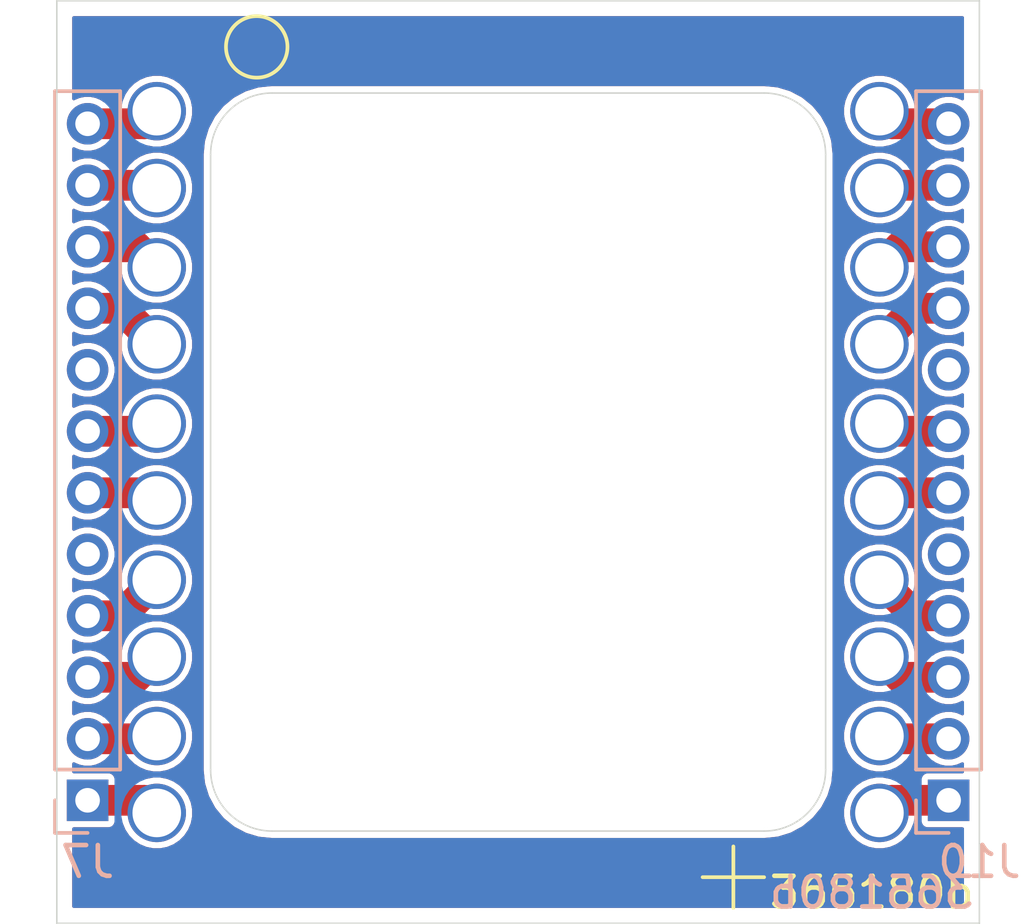
<source format=kicad_pcb>
(kicad_pcb (version 20171130) (host pcbnew 5.1.5-rc1)

  (general
    (thickness 1.6)
    (drawings 17)
    (tracks 40)
    (zones 0)
    (modules 22)
    (nets 21)
  )

  (page A4)
  (layers
    (0 F.Cu signal)
    (31 B.Cu signal)
    (32 B.Adhes user)
    (33 F.Adhes user)
    (34 B.Paste user)
    (35 F.Paste user)
    (36 B.SilkS user)
    (37 F.SilkS user)
    (38 B.Mask user)
    (39 F.Mask user)
    (40 Dwgs.User user)
    (41 Cmts.User user)
    (42 Eco1.User user)
    (43 Eco2.User user)
    (44 Edge.Cuts user)
    (45 Margin user)
    (46 B.CrtYd user)
    (47 F.CrtYd user)
    (48 B.Fab user)
    (49 F.Fab user)
  )

  (setup
    (last_trace_width 0.25)
    (user_trace_width 1)
    (trace_clearance 0.2)
    (zone_clearance 0.2)
    (zone_45_only no)
    (trace_min 0.2)
    (via_size 0.8)
    (via_drill 0.4)
    (via_min_size 0.4)
    (via_min_drill 0.3)
    (uvia_size 0.3)
    (uvia_drill 0.1)
    (uvias_allowed no)
    (uvia_min_size 0.2)
    (uvia_min_drill 0.1)
    (edge_width 0.05)
    (segment_width 0.2)
    (pcb_text_width 0.3)
    (pcb_text_size 1.5 1.5)
    (mod_edge_width 0.12)
    (mod_text_size 1 1)
    (mod_text_width 0.15)
    (pad_size 1.9 1.9)
    (pad_drill 1.58)
    (pad_to_mask_clearance 0.051)
    (solder_mask_min_width 0.25)
    (aux_axis_origin 0 0)
    (visible_elements FFFFFF7F)
    (pcbplotparams
      (layerselection 0x010fc_ffffffff)
      (usegerberextensions false)
      (usegerberattributes false)
      (usegerberadvancedattributes false)
      (creategerberjobfile false)
      (excludeedgelayer true)
      (linewidth 0.100000)
      (plotframeref false)
      (viasonmask false)
      (mode 1)
      (useauxorigin false)
      (hpglpennumber 1)
      (hpglpenspeed 20)
      (hpglpendiameter 15.000000)
      (psnegative false)
      (psa4output false)
      (plotreference true)
      (plotvalue true)
      (plotinvisibletext false)
      (padsonsilk false)
      (subtractmaskfromsilk false)
      (outputformat 1)
      (mirror false)
      (drillshape 0)
      (scaleselection 1)
      (outputdirectory "output"))
  )

  (net 0 "")
  (net 1 "Net-(J1-Pad1)")
  (net 2 "Net-(J2-Pad1)")
  (net 3 "Net-(J10-Pad6)")
  (net 4 "Net-(J10-Pad9)")
  (net 5 "Net-(J10-Pad12)")
  (net 6 "Net-(J10-Pad11)")
  (net 7 "Net-(J12-Pad1)")
  (net 8 "Net-(J10-Pad2)")
  (net 9 "Net-(J10-Pad1)")
  (net 10 "Net-(J10-Pad7)")
  (net 11 "Net-(J10-Pad4)")
  (net 12 "Net-(J4-Pad1)")
  (net 13 "Net-(J6-Pad1)")
  (net 14 "Net-(J19-Pad1)")
  (net 15 "Net-(J20-Pad1)")
  (net 16 "Net-(J18-Pad1)")
  (net 17 "Net-(J16-Pad1)")
  (net 18 "Net-(J21-Pad1)")
  (net 19 "Net-(J22-Pad1)")
  (net 20 "Net-(J10-Pad10)")

  (net_class Default "This is the default net class."
    (clearance 0.2)
    (trace_width 0.25)
    (via_dia 0.8)
    (via_drill 0.4)
    (uvia_dia 0.3)
    (uvia_drill 0.1)
    (add_net "Net-(J1-Pad1)")
    (add_net "Net-(J10-Pad1)")
    (add_net "Net-(J10-Pad10)")
    (add_net "Net-(J10-Pad11)")
    (add_net "Net-(J10-Pad12)")
    (add_net "Net-(J10-Pad2)")
    (add_net "Net-(J10-Pad4)")
    (add_net "Net-(J10-Pad6)")
    (add_net "Net-(J10-Pad7)")
    (add_net "Net-(J10-Pad9)")
    (add_net "Net-(J12-Pad1)")
    (add_net "Net-(J16-Pad1)")
    (add_net "Net-(J18-Pad1)")
    (add_net "Net-(J19-Pad1)")
    (add_net "Net-(J2-Pad1)")
    (add_net "Net-(J20-Pad1)")
    (add_net "Net-(J21-Pad1)")
    (add_net "Net-(J22-Pad1)")
    (add_net "Net-(J4-Pad1)")
    (add_net "Net-(J6-Pad1)")
  )

  (module custom:spring_pin (layer F.Cu) (tedit 5DDFBBB3) (tstamp 5DC3D2F5)
    (at -11.75 6.33 90)
    (path /5DCA7448)
    (fp_text reference J12 (at 0 2 90) (layer F.SilkS) hide
      (effects (font (size 1 1) (thickness 0.15)))
    )
    (fp_text value PIX2 (at 0 -2.4 90) (layer F.Fab) hide
      (effects (font (size 1 1) (thickness 0.15)))
    )
    (pad 1 thru_hole circle (at 0 0 90) (size 1.9 1.9) (drill 1.58) (layers *.Cu *.Mask)
      (net 7 "Net-(J12-Pad1)"))
    (model ${KIPRJMOD}/../3d/mill-max-0964-0-15-20-85-14-11-0.step
      (offset (xyz 0 0 -2.1))
      (scale (xyz 1 1 1))
      (rotate (xyz 0 90 0))
    )
  )

  (module custom:spring_pin (layer F.Cu) (tedit 5DDFBBB3) (tstamp 5DC3D298)
    (at 11.75 6.33 90)
    (path /5DC96554)
    (fp_text reference J1 (at 1.33 -1.75 180) (layer F.SilkS) hide
      (effects (font (size 1 1) (thickness 0.15)))
    )
    (fp_text value PIX1 (at 0 -2.4 90) (layer F.Fab) hide
      (effects (font (size 1 1) (thickness 0.15)))
    )
    (pad 1 thru_hole circle (at 0 0 90) (size 1.9 1.9) (drill 1.58) (layers *.Cu *.Mask)
      (net 1 "Net-(J1-Pad1)"))
    (model ${KIPRJMOD}/../3d/mill-max-0964-0-15-20-85-14-11-0.step
      (offset (xyz 0 0 -2.1))
      (scale (xyz 1 1 1))
      (rotate (xyz 0 90 0))
    )
  )

  (module custom:spring_pin (layer F.Cu) (tedit 5DDFBBB3) (tstamp 5DC3D187)
    (at -11.75 3.83 90)
    (path /5DC96210)
    (fp_text reference J2 (at -1.17 1.75 180) (layer F.SilkS) hide
      (effects (font (size 1 1) (thickness 0.15)))
    )
    (fp_text value PIX2 (at 0 -2.4 90) (layer F.Fab) hide
      (effects (font (size 1 1) (thickness 0.15)))
    )
    (pad 1 thru_hole circle (at 0 0 90) (size 1.9 1.9) (drill 1.58) (layers *.Cu *.Mask)
      (net 2 "Net-(J2-Pad1)"))
    (model ${KIPRJMOD}/../3d/mill-max-0964-0-15-20-85-14-11-0.step
      (offset (xyz 0 0 -2.1))
      (scale (xyz 1 1 1))
      (rotate (xyz 0 90 0))
    )
  )

  (module custom:spring_pin (layer F.Cu) (tedit 5DDFBBB3) (tstamp 5DC3D17B)
    (at 11.75 1.25 90)
    (path /5DC959BD)
    (fp_text reference J3 (at 1.25 -1.75 180) (layer F.SilkS) hide
      (effects (font (size 1 1) (thickness 0.15)))
    )
    (fp_text value PIX3 (at 0 -2.4 90) (layer F.Fab) hide
      (effects (font (size 1 1) (thickness 0.15)))
    )
    (pad 1 thru_hole circle (at 0 0 90) (size 1.9 1.9) (drill 1.58) (layers *.Cu *.Mask)
      (net 3 "Net-(J10-Pad6)"))
    (model ${KIPRJMOD}/../3d/mill-max-0964-0-15-20-85-14-11-0.step
      (offset (xyz 0 0 -2.1))
      (scale (xyz 1 1 1))
      (rotate (xyz 0 90 0))
    )
  )

  (module custom:spring_pin (layer F.Cu) (tedit 5DDFBBB3) (tstamp 5DC3D27A)
    (at -11.75 1.25 90)
    (path /5DC98D77)
    (fp_text reference J4 (at 1.25 1.75 180) (layer F.SilkS) hide
      (effects (font (size 1 1) (thickness 0.15)))
    )
    (fp_text value PIX4 (at 0 -2.4 90) (layer F.Fab) hide
      (effects (font (size 1 1) (thickness 0.15)))
    )
    (pad 1 thru_hole circle (at 0 0 90) (size 1.9 1.9) (drill 1.58) (layers *.Cu *.Mask)
      (net 12 "Net-(J4-Pad1)"))
    (model ${KIPRJMOD}/../3d/mill-max-0964-0-15-20-85-14-11-0.step
      (offset (xyz 0 0 -2.1))
      (scale (xyz 1 1 1))
      (rotate (xyz 0 90 0))
    )
  )

  (module custom:spring_pin (layer F.Cu) (tedit 5DDFBBB3) (tstamp 5DC3D289)
    (at 11.75 -6.33 90)
    (path /5DC98D71)
    (fp_text reference J5 (at -1.33 -1.75 180) (layer F.SilkS) hide
      (effects (font (size 1 1) (thickness 0.15)))
    )
    (fp_text value PIX5 (at 0 -2.4 90) (layer F.Fab) hide
      (effects (font (size 1 1) (thickness 0.15)))
    )
    (pad 1 thru_hole circle (at 0 0 90) (size 1.9 1.9) (drill 1.58) (layers *.Cu *.Mask)
      (net 20 "Net-(J10-Pad10)"))
    (model ${KIPRJMOD}/../3d/mill-max-0964-0-15-20-85-14-11-0.step
      (offset (xyz 0 0 -2.1))
      (scale (xyz 1 1 1))
      (rotate (xyz 0 90 0))
    )
  )

  (module custom:spring_pin (layer F.Cu) (tedit 5DDFBBB3) (tstamp 5DC3D2D4)
    (at -11.75 -3.83 90)
    (path /5DC98D6B)
    (fp_text reference J6 (at 1.17 1.75) (layer F.SilkS) hide
      (effects (font (size 1 1) (thickness 0.15)))
    )
    (fp_text value PIX6 (at 0 -2.4 90) (layer F.Fab) hide
      (effects (font (size 1 1) (thickness 0.15)))
    )
    (pad 1 thru_hole circle (at 0 0 90) (size 1.9 1.9) (drill 1.58) (layers *.Cu *.Mask)
      (net 13 "Net-(J6-Pad1)"))
    (model ${KIPRJMOD}/../3d/mill-max-0964-0-15-20-85-14-11-0.step
      (offset (xyz 0 0 -2.1))
      (scale (xyz 1 1 1))
      (rotate (xyz 0 90 0))
    )
  )

  (module custom:spring_pin (layer F.Cu) (tedit 5DDFBBB3) (tstamp 5DC3D2B3)
    (at 11.75 11.41 90)
    (path /5DCA2000)
    (fp_text reference J9 (at 0 -2.75 180) (layer F.SilkS) hide
      (effects (font (size 1 1) (thickness 0.15)))
    )
    (fp_text value TCE1 (at 0 -2.4 90) (layer F.Fab) hide
      (effects (font (size 1 1) (thickness 0.15)))
    )
    (pad 1 thru_hole circle (at 0 0 90) (size 1.9 1.9) (drill 1.58) (layers *.Cu *.Mask)
      (net 9 "Net-(J10-Pad1)"))
    (model ${KIPRJMOD}/../3d/mill-max-0964-0-15-20-85-14-11-0.step
      (offset (xyz 0 0 -2.1))
      (scale (xyz 1 1 1))
      (rotate (xyz 0 90 0))
    )
  )

  (module custom:spring_pin (layer F.Cu) (tedit 5DDFBBB3) (tstamp 5DC3D26E)
    (at 11.75 3.83 90)
    (path /5DCA753D)
    (fp_text reference J11 (at 0 2 90) (layer F.SilkS) hide
      (effects (font (size 1 1) (thickness 0.15)))
    )
    (fp_text value PIX1 (at 0 -2.4 90) (layer F.Fab) hide
      (effects (font (size 1 1) (thickness 0.15)))
    )
    (pad 1 thru_hole circle (at 0 0 90) (size 1.9 1.9) (drill 1.58) (layers *.Cu *.Mask)
      (net 11 "Net-(J10-Pad4)"))
    (model ${KIPRJMOD}/../3d/mill-max-0964-0-15-20-85-14-11-0.step
      (offset (xyz 0 0 -2.1))
      (scale (xyz 1 1 1))
      (rotate (xyz 0 90 0))
    )
  )

  (module custom:spring_pin (layer F.Cu) (tedit 5DDFBBB3) (tstamp 5DCD28F1)
    (at 11.75 -1.25 90)
    (path /5DCA736A)
    (fp_text reference J13 (at 0 2 90) (layer F.SilkS) hide
      (effects (font (size 1 1) (thickness 0.15)))
    )
    (fp_text value PIX3 (at 0 -2.4 90) (layer F.Fab) hide
      (effects (font (size 1 1) (thickness 0.15)))
    )
    (pad 1 thru_hole circle (at 0 0 90) (size 1.9 1.9) (drill 1.58) (layers *.Cu *.Mask)
      (net 10 "Net-(J10-Pad7)"))
    (model ${KIPRJMOD}/../3d/mill-max-0964-0-15-20-85-14-11-0.step
      (offset (xyz 0 0 -2.1))
      (scale (xyz 1 1 1))
      (rotate (xyz 0 90 0))
    )
  )

  (module custom:spring_pin (layer F.Cu) (tedit 5DDFBBB3) (tstamp 5DC3D13F)
    (at 11.75 8.91 90)
    (path /5DCA714A)
    (fp_text reference J14 (at 0 2 90) (layer F.SilkS) hide
      (effects (font (size 1 1) (thickness 0.15)))
    )
    (fp_text value BOT_TCE (at 0 -2.4 90) (layer F.Fab) hide
      (effects (font (size 1 1) (thickness 0.15)))
    )
    (pad 1 thru_hole circle (at 0 0 90) (size 1.9 1.9) (drill 1.58) (layers *.Cu *.Mask)
      (net 8 "Net-(J10-Pad2)"))
    (model ${KIPRJMOD}/../3d/mill-max-0964-0-15-20-85-14-11-0.step
      (offset (xyz 0 0 -2.1))
      (scale (xyz 1 1 1))
      (rotate (xyz 0 90 0))
    )
  )

  (module custom:spring_pin (layer F.Cu) (tedit 5DDFBBB3) (tstamp 5DC3D157)
    (at -11.75 -1.25 90)
    (path /5DCA7B46)
    (fp_text reference J16 (at 0 -2 90) (layer F.SilkS) hide
      (effects (font (size 1 1) (thickness 0.15)))
    )
    (fp_text value PIX4 (at 0 -2.4 90) (layer F.Fab) hide
      (effects (font (size 1 1) (thickness 0.15)))
    )
    (pad 1 thru_hole circle (at 0 0 90) (size 1.9 1.9) (drill 1.58) (layers *.Cu *.Mask)
      (net 17 "Net-(J16-Pad1)"))
    (model ${KIPRJMOD}/../3d/mill-max-0964-0-15-20-85-14-11-0.step
      (offset (xyz 0 0 -2.1))
      (scale (xyz 1 1 1))
      (rotate (xyz 0 90 0))
    )
  )

  (module custom:spring_pin (layer F.Cu) (tedit 5DDFBBB3) (tstamp 5DC3D163)
    (at 11.75 -3.83 90)
    (path /5DCA8034)
    (fp_text reference J17 (at 0 2 90) (layer F.SilkS) hide
      (effects (font (size 1 1) (thickness 0.15)))
    )
    (fp_text value PIX5 (at 0 -2.4 90) (layer F.Fab) hide
      (effects (font (size 1 1) (thickness 0.15)))
    )
    (pad 1 thru_hole circle (at 0 0 90) (size 1.9 1.9) (drill 1.58) (layers *.Cu *.Mask)
      (net 4 "Net-(J10-Pad9)"))
    (model ${KIPRJMOD}/../3d/mill-max-0964-0-15-20-85-14-11-0.step
      (offset (xyz 0 0 -2.1))
      (scale (xyz 1 1 1))
      (rotate (xyz 0 90 0))
    )
  )

  (module custom:spring_pin (layer F.Cu) (tedit 5DDFBBB3) (tstamp 5DC3D16F)
    (at -11.75 -6.33 90)
    (path /5DCA815E)
    (fp_text reference J18 (at 0 -2 90) (layer F.SilkS) hide
      (effects (font (size 1 1) (thickness 0.15)))
    )
    (fp_text value PIX6 (at 0 -2.4 90) (layer F.Fab) hide
      (effects (font (size 1 1) (thickness 0.15)))
    )
    (pad 1 thru_hole circle (at 0 0 90) (size 1.9 1.9) (drill 1.58) (layers *.Cu *.Mask)
      (net 16 "Net-(J18-Pad1)"))
    (model ${KIPRJMOD}/../3d/mill-max-0964-0-15-20-85-14-11-0.step
      (offset (xyz 0 0 -2.1))
      (scale (xyz 1 1 1))
      (rotate (xyz 0 90 0))
    )
  )

  (module custom:spring_pin (layer F.Cu) (tedit 5DDFBBB3) (tstamp 5DCD202E)
    (at -11.75 -11.41)
    (path /5DCDAA30)
    (fp_text reference J19 (at 2.75 -0.59) (layer F.SilkS) hide
      (effects (font (size 1 1) (thickness 0.15)))
    )
    (fp_text value TCE4 (at 0 -2.4) (layer F.Fab) hide
      (effects (font (size 1 1) (thickness 0.15)))
    )
    (pad 1 thru_hole circle (at 0 0) (size 1.9 1.9) (drill 1.58) (layers *.Cu *.Mask)
      (net 14 "Net-(J19-Pad1)"))
    (model ${KIPRJMOD}/../3d/mill-max-0964-0-15-20-85-14-11-0.step
      (offset (xyz 0 0 -2.1))
      (scale (xyz 1 1 1))
      (rotate (xyz 0 90 0))
    )
  )

  (module custom:spring_pin (layer F.Cu) (tedit 5DDFBBB3) (tstamp 5DCD2033)
    (at -11.75 -8.91)
    (path /5DCDAA28)
    (fp_text reference J20 (at 1.75 -1.09) (layer F.SilkS) hide
      (effects (font (size 1 1) (thickness 0.15)))
    )
    (fp_text value BOT_TCE (at 0 -2.4) (layer F.Fab) hide
      (effects (font (size 1 1) (thickness 0.15)))
    )
    (pad 1 thru_hole circle (at 0 0) (size 1.9 1.9) (drill 1.58) (layers *.Cu *.Mask)
      (net 15 "Net-(J20-Pad1)"))
    (model ${KIPRJMOD}/../3d/mill-max-0964-0-15-20-85-14-11-0.step
      (offset (xyz 0 0 -2.1))
      (scale (xyz 1 1 1))
      (rotate (xyz 0 90 0))
    )
  )

  (module custom:spring_pin (layer F.Cu) (tedit 5DDFBBB3) (tstamp 5DCD2038)
    (at -11.75 8.91)
    (path /5DCD9709)
    (fp_text reference J21 (at 4.75 1.09) (layer F.SilkS) hide
      (effects (font (size 1 1) (thickness 0.15)))
    )
    (fp_text value TCE2 (at 0 -2.4) (layer F.Fab) hide
      (effects (font (size 1 1) (thickness 0.15)))
    )
    (pad 1 thru_hole circle (at 0 0) (size 1.9 1.9) (drill 1.58) (layers *.Cu *.Mask)
      (net 18 "Net-(J21-Pad1)"))
    (model ${KIPRJMOD}/../3d/mill-max-0964-0-15-20-85-14-11-0.step
      (offset (xyz 0 0 -2.1))
      (scale (xyz 1 1 1))
      (rotate (xyz 0 90 0))
    )
  )

  (module custom:spring_pin (layer F.Cu) (tedit 5DDFBBB3) (tstamp 5DCD2899)
    (at -11.75 11.41)
    (path /5DCD9701)
    (fp_text reference J22 (at 3.75 0.59) (layer F.SilkS) hide
      (effects (font (size 1 1) (thickness 0.15)))
    )
    (fp_text value BOT_TCE (at 0 -2.4) (layer F.Fab) hide
      (effects (font (size 1 1) (thickness 0.15)))
    )
    (pad 1 thru_hole circle (at 0 0) (size 1.9 1.9) (drill 1.58) (layers *.Cu *.Mask)
      (net 19 "Net-(J22-Pad1)"))
    (model ${KIPRJMOD}/../3d/mill-max-0964-0-15-20-85-14-11-0.step
      (offset (xyz 0 0 -2.1))
      (scale (xyz 1 1 1))
      (rotate (xyz 0 90 0))
    )
  )

  (module custom:spring_pin (layer F.Cu) (tedit 5DDFBBB3) (tstamp 5DCD2042)
    (at 11.75 -11.41)
    (path /5DCD7C83)
    (fp_text reference J23 (at -2.75 0.41) (layer F.SilkS) hide
      (effects (font (size 1 1) (thickness 0.15)))
    )
    (fp_text value BOT_TCE (at 0 -2.4) (layer F.Fab) hide
      (effects (font (size 1 1) (thickness 0.15)))
    )
    (pad 1 thru_hole circle (at 0 0) (size 1.9 1.9) (drill 1.58) (layers *.Cu *.Mask)
      (net 5 "Net-(J10-Pad12)"))
    (model ${KIPRJMOD}/../3d/mill-max-0964-0-15-20-85-14-11-0.step
      (offset (xyz 0 0 -2.1))
      (scale (xyz 1 1 1))
      (rotate (xyz 0 90 0))
    )
  )

  (module custom:spring_pin (layer F.Cu) (tedit 5DDFBBB3) (tstamp 5DCD29AD)
    (at 11.75 -8.91)
    (path /5DCD7C8B)
    (fp_text reference J24 (at -2.75 -0.09) (layer F.SilkS) hide
      (effects (font (size 1 1) (thickness 0.15)))
    )
    (fp_text value TCE3 (at 0 -2.4) (layer F.Fab) hide
      (effects (font (size 1 1) (thickness 0.15)))
    )
    (pad 1 thru_hole circle (at 0 0) (size 1.9 1.9) (drill 1.58) (layers *.Cu *.Mask)
      (net 6 "Net-(J10-Pad11)"))
    (model ${KIPRJMOD}/../3d/mill-max-0964-0-15-20-85-14-11-0.step
      (offset (xyz 0 0 -2.1))
      (scale (xyz 1 1 1))
      (rotate (xyz 0 90 0))
    )
  )

  (module Connector_PinHeader_2.00mm:PinHeader_1x12_P2.00mm_Vertical (layer B.Cu) (tedit 59FED667) (tstamp 5DC3D1CF)
    (at -14 11)
    (descr "Through hole straight pin header, 1x12, 2.00mm pitch, single row")
    (tags "Through hole pin header THT 1x12 2.00mm single row")
    (path /5DCA35B0)
    (fp_text reference J7 (at 0 2) (layer B.SilkS)
      (effects (font (size 1 1) (thickness 0.15)) (justify mirror))
    )
    (fp_text value L_CONN (at -2 0 90) (layer B.Fab)
      (effects (font (size 1 1) (thickness 0.15)) (justify mirror))
    )
    (fp_text user %R (at 0 -11 -90) (layer B.Fab)
      (effects (font (size 1 1) (thickness 0.15)) (justify mirror))
    )
    (fp_line (start 1.5 1.5) (end -1.5 1.5) (layer B.CrtYd) (width 0.05))
    (fp_line (start 1.5 -23.5) (end 1.5 1.5) (layer B.CrtYd) (width 0.05))
    (fp_line (start -1.5 -23.5) (end 1.5 -23.5) (layer B.CrtYd) (width 0.05))
    (fp_line (start -1.5 1.5) (end -1.5 -23.5) (layer B.CrtYd) (width 0.05))
    (fp_line (start -1.06 1.06) (end 0 1.06) (layer B.SilkS) (width 0.12))
    (fp_line (start -1.06 0) (end -1.06 1.06) (layer B.SilkS) (width 0.12))
    (fp_line (start -1.06 -1) (end 1.06 -1) (layer B.SilkS) (width 0.12))
    (fp_line (start 1.06 -1) (end 1.06 -23.06) (layer B.SilkS) (width 0.12))
    (fp_line (start -1.06 -1) (end -1.06 -23.06) (layer B.SilkS) (width 0.12))
    (fp_line (start -1.06 -23.06) (end 1.06 -23.06) (layer B.SilkS) (width 0.12))
    (fp_line (start -1 0.5) (end -0.5 1) (layer B.Fab) (width 0.1))
    (fp_line (start -1 -23) (end -1 0.5) (layer B.Fab) (width 0.1))
    (fp_line (start 1 -23) (end -1 -23) (layer B.Fab) (width 0.1))
    (fp_line (start 1 1) (end 1 -23) (layer B.Fab) (width 0.1))
    (fp_line (start -0.5 1) (end 1 1) (layer B.Fab) (width 0.1))
    (pad 12 thru_hole oval (at 0 -22) (size 1.35 1.35) (drill 0.8) (layers *.Cu *.Mask)
      (net 14 "Net-(J19-Pad1)"))
    (pad 11 thru_hole oval (at 0 -20) (size 1.35 1.35) (drill 0.8) (layers *.Cu *.Mask)
      (net 15 "Net-(J20-Pad1)"))
    (pad 10 thru_hole oval (at 0 -18) (size 1.35 1.35) (drill 0.8) (layers *.Cu *.Mask)
      (net 16 "Net-(J18-Pad1)"))
    (pad 9 thru_hole oval (at 0 -16) (size 1.35 1.35) (drill 0.8) (layers *.Cu *.Mask)
      (net 13 "Net-(J6-Pad1)"))
    (pad 8 thru_hole oval (at 0 -14) (size 1.35 1.35) (drill 0.8) (layers *.Cu *.Mask))
    (pad 7 thru_hole oval (at 0 -12) (size 1.35 1.35) (drill 0.8) (layers *.Cu *.Mask)
      (net 17 "Net-(J16-Pad1)"))
    (pad 6 thru_hole oval (at 0 -10) (size 1.35 1.35) (drill 0.8) (layers *.Cu *.Mask)
      (net 12 "Net-(J4-Pad1)"))
    (pad 5 thru_hole oval (at 0 -8) (size 1.35 1.35) (drill 0.8) (layers *.Cu *.Mask))
    (pad 4 thru_hole oval (at 0 -6) (size 1.35 1.35) (drill 0.8) (layers *.Cu *.Mask)
      (net 2 "Net-(J2-Pad1)"))
    (pad 3 thru_hole oval (at 0 -4) (size 1.35 1.35) (drill 0.8) (layers *.Cu *.Mask)
      (net 7 "Net-(J12-Pad1)"))
    (pad 2 thru_hole oval (at 0 -2) (size 1.35 1.35) (drill 0.8) (layers *.Cu *.Mask)
      (net 18 "Net-(J21-Pad1)"))
    (pad 1 thru_hole rect (at 0 0) (size 1.35 1.35) (drill 0.8) (layers *.Cu *.Mask)
      (net 19 "Net-(J22-Pad1)"))
    (model ${KISYS3DMOD}/Connector_PinHeader_2.00mm.3dshapes/PinHeader_1x12_P2.00mm_Vertical.wrl
      (at (xyz 0 0 0))
      (scale (xyz 1 1 1))
      (rotate (xyz 0 0 0))
    )
  )

  (module Connector_PinHeader_2.00mm:PinHeader_1x12_P2.00mm_Vertical (layer B.Cu) (tedit 59FED667) (tstamp 5DCE9810)
    (at 14 11)
    (descr "Through hole straight pin header, 1x12, 2.00mm pitch, single row")
    (tags "Through hole pin header THT 1x12 2.00mm single row")
    (path /5DCA2856)
    (fp_text reference J10 (at 1 2) (layer B.SilkS)
      (effects (font (size 1 1) (thickness 0.15)) (justify mirror))
    )
    (fp_text value R_CONN (at -2 0 270) (layer B.Fab)
      (effects (font (size 1 1) (thickness 0.15)) (justify mirror))
    )
    (fp_text user %R (at 1 2) (layer B.Fab)
      (effects (font (size 1 1) (thickness 0.15)) (justify mirror))
    )
    (fp_line (start 1.5 1.5) (end -1.5 1.5) (layer B.CrtYd) (width 0.05))
    (fp_line (start 1.5 -23.5) (end 1.5 1.5) (layer B.CrtYd) (width 0.05))
    (fp_line (start -1.5 -23.5) (end 1.5 -23.5) (layer B.CrtYd) (width 0.05))
    (fp_line (start -1.5 1.5) (end -1.5 -23.5) (layer B.CrtYd) (width 0.05))
    (fp_line (start -1.06 1.06) (end 0 1.06) (layer B.SilkS) (width 0.12))
    (fp_line (start -1.06 0) (end -1.06 1.06) (layer B.SilkS) (width 0.12))
    (fp_line (start -1.06 -1) (end 1.06 -1) (layer B.SilkS) (width 0.12))
    (fp_line (start 1.06 -1) (end 1.06 -23.06) (layer B.SilkS) (width 0.12))
    (fp_line (start -1.06 -1) (end -1.06 -23.06) (layer B.SilkS) (width 0.12))
    (fp_line (start -1.06 -23.06) (end 1.06 -23.06) (layer B.SilkS) (width 0.12))
    (fp_line (start -1 0.5) (end -0.5 1) (layer B.Fab) (width 0.1))
    (fp_line (start -1 -23) (end -1 0.5) (layer B.Fab) (width 0.1))
    (fp_line (start 1 -23) (end -1 -23) (layer B.Fab) (width 0.1))
    (fp_line (start 1 1) (end 1 -23) (layer B.Fab) (width 0.1))
    (fp_line (start -0.5 1) (end 1 1) (layer B.Fab) (width 0.1))
    (pad 12 thru_hole oval (at 0 -22) (size 1.35 1.35) (drill 0.8) (layers *.Cu *.Mask)
      (net 5 "Net-(J10-Pad12)"))
    (pad 11 thru_hole oval (at 0 -20) (size 1.35 1.35) (drill 0.8) (layers *.Cu *.Mask)
      (net 6 "Net-(J10-Pad11)"))
    (pad 10 thru_hole oval (at 0 -18) (size 1.35 1.35) (drill 0.8) (layers *.Cu *.Mask)
      (net 20 "Net-(J10-Pad10)"))
    (pad 9 thru_hole oval (at 0 -16) (size 1.35 1.35) (drill 0.8) (layers *.Cu *.Mask)
      (net 4 "Net-(J10-Pad9)"))
    (pad 8 thru_hole oval (at 0 -14) (size 1.35 1.35) (drill 0.8) (layers *.Cu *.Mask))
    (pad 7 thru_hole oval (at 0 -12) (size 1.35 1.35) (drill 0.8) (layers *.Cu *.Mask)
      (net 10 "Net-(J10-Pad7)"))
    (pad 6 thru_hole oval (at 0 -10) (size 1.35 1.35) (drill 0.8) (layers *.Cu *.Mask)
      (net 3 "Net-(J10-Pad6)"))
    (pad 5 thru_hole oval (at 0 -8) (size 1.35 1.35) (drill 0.8) (layers *.Cu *.Mask))
    (pad 4 thru_hole oval (at 0 -6) (size 1.35 1.35) (drill 0.8) (layers *.Cu *.Mask)
      (net 11 "Net-(J10-Pad4)"))
    (pad 3 thru_hole oval (at 0 -4) (size 1.35 1.35) (drill 0.8) (layers *.Cu *.Mask)
      (net 1 "Net-(J1-Pad1)"))
    (pad 2 thru_hole oval (at 0 -2) (size 1.35 1.35) (drill 0.8) (layers *.Cu *.Mask)
      (net 8 "Net-(J10-Pad2)"))
    (pad 1 thru_hole rect (at 0 0) (size 1.35 1.35) (drill 0.8) (layers *.Cu *.Mask)
      (net 9 "Net-(J10-Pad1)"))
    (model ${KISYS3DMOD}/Connector_PinHeader_2.00mm.3dshapes/PinHeader_1x12_P2.00mm_Vertical.wrl
      (at (xyz 0 0 0))
      (scale (xyz 1 1 1))
      (rotate (xyz 0 0 0))
    )
  )

  (gr_circle (center -8.5 -13.5) (end -8.5 -14.5) (layer F.SilkS) (width 0.12))
  (gr_line (start 6 13.5) (end 8 13.5) (layer F.SilkS) (width 0.12) (tstamp 5DCD2C40))
  (gr_line (start 7 12.5) (end 7 14.5) (layer F.SilkS) (width 0.12))
  (gr_arc (start 8 -10) (end 10 -10) (angle -90) (layer Edge.Cuts) (width 0.05) (tstamp 5DCD2AF6))
  (gr_arc (start 8 10) (end 8 12) (angle -90) (layer Edge.Cuts) (width 0.05) (tstamp 5DCD2AF6))
  (gr_arc (start -8 10) (end -10 10) (angle -90) (layer Edge.Cuts) (width 0.05) (tstamp 5DCD2AF6))
  (gr_arc (start -8 -10) (end -8 -12) (angle -90) (layer Edge.Cuts) (width 0.05) (tstamp 5DCD2AF6))
  (gr_text 365180b (at 11.5 14) (layer B.SilkS) (tstamp 5DC47E7F)
    (effects (font (size 1 1) (thickness 0.15)) (justify mirror))
  )
  (gr_text 365180b (at 11.5 14) (layer F.SilkS)
    (effects (font (size 1 1) (thickness 0.15)))
  )
  (gr_line (start 8 12) (end -8 12) (layer Edge.Cuts) (width 0.05) (tstamp 5DC3D41D))
  (gr_line (start 10 -10) (end 10 10) (layer Edge.Cuts) (width 0.05))
  (gr_line (start -8 -12) (end 8 -12) (layer Edge.Cuts) (width 0.05))
  (gr_line (start -10 10) (end -10 -10) (layer Edge.Cuts) (width 0.05))
  (gr_line (start -15 -15) (end -15 15) (layer Edge.Cuts) (width 0.05) (tstamp 5DC3D34C))
  (gr_line (start 15 -15) (end -15 -15) (layer Edge.Cuts) (width 0.05) (tstamp 5DC3D2E0))
  (gr_line (start 15 15) (end 15 -15) (layer Edge.Cuts) (width 0.05) (tstamp 5DC3D343))
  (gr_line (start -15 15) (end 15 15) (layer Edge.Cuts) (width 0.05) (tstamp 5DC3D334))

  (segment (start 12.42 7) (end 11.75 6.33) (width 1) (layer F.Cu) (net 1) (status 30))
  (segment (start 14 7) (end 12.42 7) (width 1) (layer F.Cu) (net 1) (status 30))
  (segment (start -12.92 5) (end -11.75 3.83) (width 1) (layer F.Cu) (net 2) (status 20))
  (segment (start -14 5) (end -12.92 5) (width 1) (layer F.Cu) (net 2) (status 10))
  (segment (start 12 1) (end 11.75 1.25) (width 1) (layer F.Cu) (net 3) (status 30))
  (segment (start 14 1) (end 12 1) (width 1) (layer F.Cu) (net 3) (status 30))
  (segment (start 12.92 -5) (end 11.75 -3.83) (width 1) (layer F.Cu) (net 4) (status 20))
  (segment (start 14 -5) (end 12.92 -5) (width 1) (layer F.Cu) (net 4) (status 10))
  (segment (start 12.16 -11) (end 11.75 -11.41) (width 1) (layer F.Cu) (net 5) (status 30))
  (segment (start 14 -11) (end 12.16 -11) (width 1) (layer F.Cu) (net 5) (status 30))
  (segment (start 11.84 -9) (end 11.75 -8.91) (width 1) (layer F.Cu) (net 6) (status 30))
  (segment (start 14 -9) (end 11.84 -9) (width 1) (layer F.Cu) (net 6) (status 30))
  (segment (start -12.42 7) (end -11.75 6.33) (width 1) (layer F.Cu) (net 7) (status 30))
  (segment (start -14 7) (end -12.42 7) (width 1) (layer F.Cu) (net 7) (status 30))
  (segment (start 11.84 9) (end 11.75 8.91) (width 1) (layer F.Cu) (net 8) (status 30))
  (segment (start 14 9) (end 11.84 9) (width 1) (layer F.Cu) (net 8) (status 30))
  (segment (start 12.16 11) (end 11.75 11.41) (width 1) (layer F.Cu) (net 9) (status 30))
  (segment (start 14 11) (end 12.16 11) (width 1) (layer F.Cu) (net 9) (status 30))
  (segment (start 12 -1) (end 11.75 -1.25) (width 1) (layer F.Cu) (net 10) (status 30))
  (segment (start 14 -1) (end 12 -1) (width 1) (layer F.Cu) (net 10) (status 30))
  (segment (start 12.92 5) (end 11.75 3.83) (width 1) (layer F.Cu) (net 11) (status 20))
  (segment (start 14 5) (end 12.92 5) (width 1) (layer F.Cu) (net 11) (status 10))
  (segment (start -12 1) (end -11.75 1.25) (width 1) (layer F.Cu) (net 12) (status 30))
  (segment (start -14 1) (end -12 1) (width 1) (layer F.Cu) (net 12) (status 30))
  (segment (start -12.92 -5) (end -11.75 -3.83) (width 1) (layer F.Cu) (net 13) (status 20))
  (segment (start -14 -5) (end -12.92 -5) (width 1) (layer F.Cu) (net 13) (status 10))
  (segment (start -12.16 -11) (end -11.75 -11.41) (width 1) (layer F.Cu) (net 14) (status 30))
  (segment (start -14 -11) (end -12.16 -11) (width 1) (layer F.Cu) (net 14) (status 30))
  (segment (start -11.84 -9) (end -11.75 -8.91) (width 1) (layer F.Cu) (net 15) (status 30))
  (segment (start -14 -9) (end -11.84 -9) (width 1) (layer F.Cu) (net 15) (status 30))
  (segment (start -12.42 -7) (end -11.75 -6.33) (width 1) (layer F.Cu) (net 16) (status 30))
  (segment (start -14 -7) (end -12.42 -7) (width 1) (layer F.Cu) (net 16) (status 30))
  (segment (start -12 -1) (end -11.75 -1.25) (width 1) (layer F.Cu) (net 17) (status 30))
  (segment (start -14 -1) (end -12 -1) (width 1) (layer F.Cu) (net 17) (status 30))
  (segment (start -11.84 9) (end -11.75 8.91) (width 1) (layer F.Cu) (net 18) (status 30))
  (segment (start -14 9) (end -11.84 9) (width 1) (layer F.Cu) (net 18) (status 30))
  (segment (start -12.16 11) (end -11.75 11.41) (width 1) (layer F.Cu) (net 19) (status 30))
  (segment (start -14 11) (end -12.16 11) (width 1) (layer F.Cu) (net 19) (status 30))
  (segment (start 12.42 -7) (end 11.75 -6.33) (width 1) (layer F.Cu) (net 20) (status 30))
  (segment (start 14 -7) (end 12.42 -7) (width 1) (layer F.Cu) (net 20) (status 30))

  (zone (net 0) (net_name "") (layer F.Cu) (tstamp 0) (hatch edge 0.508)
    (connect_pads (clearance 0.2))
    (min_thickness 0.1)
    (fill yes (arc_segments 32) (thermal_gap 0.508) (thermal_bridge_width 0.508))
    (polygon
      (pts
        (xy 14.5 14.5) (xy -14.5 14.5) (xy -14.5 -14.5) (xy 14.5 -14.5)
      )
    )
    (filled_polygon
      (pts
        (xy 14.45 -11.811808) (xy 14.438152 -11.819725) (xy 14.269813 -11.889453) (xy 14.091105 -11.925) (xy 13.908895 -11.925)
        (xy 13.730187 -11.889453) (xy 13.561848 -11.819725) (xy 13.457497 -11.75) (xy 12.905879 -11.75) (xy 12.903884 -11.760027)
        (xy 12.813426 -11.978413) (xy 12.682101 -12.174955) (xy 12.514955 -12.342101) (xy 12.318413 -12.473426) (xy 12.100027 -12.563884)
        (xy 11.86819 -12.61) (xy 11.63181 -12.61) (xy 11.399973 -12.563884) (xy 11.181587 -12.473426) (xy 10.985045 -12.342101)
        (xy 10.817899 -12.174955) (xy 10.686574 -11.978413) (xy 10.596116 -11.760027) (xy 10.55 -11.52819) (xy 10.55 -11.29181)
        (xy 10.596116 -11.059973) (xy 10.686574 -10.841587) (xy 10.817899 -10.645045) (xy 10.985045 -10.477899) (xy 11.181587 -10.346574)
        (xy 11.399973 -10.256116) (xy 11.63181 -10.21) (xy 11.86819 -10.21) (xy 12.087125 -10.25355) (xy 12.123165 -10.25)
        (xy 12.123172 -10.25) (xy 12.16 -10.246373) (xy 12.196828 -10.25) (xy 13.457497 -10.25) (xy 13.561848 -10.180275)
        (xy 13.730187 -10.110547) (xy 13.908895 -10.075) (xy 14.091105 -10.075) (xy 14.269813 -10.110547) (xy 14.438152 -10.180275)
        (xy 14.45 -10.188192) (xy 14.45 -9.811808) (xy 14.438152 -9.819725) (xy 14.269813 -9.889453) (xy 14.091105 -9.925)
        (xy 13.908895 -9.925) (xy 13.730187 -9.889453) (xy 13.561848 -9.819725) (xy 13.457497 -9.75) (xy 12.607056 -9.75)
        (xy 12.514955 -9.842101) (xy 12.318413 -9.973426) (xy 12.100027 -10.063884) (xy 11.86819 -10.11) (xy 11.63181 -10.11)
        (xy 11.399973 -10.063884) (xy 11.181587 -9.973426) (xy 10.985045 -9.842101) (xy 10.817899 -9.674955) (xy 10.686574 -9.478413)
        (xy 10.596116 -9.260027) (xy 10.55 -9.02819) (xy 10.55 -8.79181) (xy 10.596116 -8.559973) (xy 10.686574 -8.341587)
        (xy 10.817899 -8.145045) (xy 10.985045 -7.977899) (xy 11.181587 -7.846574) (xy 11.399973 -7.756116) (xy 11.63181 -7.71)
        (xy 11.86819 -7.71) (xy 12.100027 -7.756116) (xy 12.318413 -7.846574) (xy 12.514955 -7.977899) (xy 12.682101 -8.145045)
        (xy 12.75223 -8.25) (xy 13.457497 -8.25) (xy 13.561848 -8.180275) (xy 13.730187 -8.110547) (xy 13.908895 -8.075)
        (xy 14.091105 -8.075) (xy 14.269813 -8.110547) (xy 14.438152 -8.180275) (xy 14.45 -8.188192) (xy 14.45 -7.811808)
        (xy 14.438152 -7.819725) (xy 14.269813 -7.889453) (xy 14.091105 -7.925) (xy 13.908895 -7.925) (xy 13.730187 -7.889453)
        (xy 13.561848 -7.819725) (xy 13.457497 -7.75) (xy 12.456827 -7.75) (xy 12.419999 -7.753627) (xy 12.383172 -7.75)
        (xy 12.383165 -7.75) (xy 12.272974 -7.739147) (xy 12.131599 -7.696261) (xy 12.001307 -7.626619) (xy 11.887105 -7.532895)
        (xy 11.882408 -7.527172) (xy 11.86819 -7.53) (xy 11.63181 -7.53) (xy 11.399973 -7.483884) (xy 11.181587 -7.393426)
        (xy 10.985045 -7.262101) (xy 10.817899 -7.094955) (xy 10.686574 -6.898413) (xy 10.596116 -6.680027) (xy 10.55 -6.44819)
        (xy 10.55 -6.21181) (xy 10.596116 -5.979973) (xy 10.686574 -5.761587) (xy 10.817899 -5.565045) (xy 10.985045 -5.397899)
        (xy 11.181587 -5.266574) (xy 11.399973 -5.176116) (xy 11.63181 -5.13) (xy 11.86819 -5.13) (xy 12.019423 -5.160083)
        (xy 11.885831 -5.026491) (xy 11.86819 -5.03) (xy 11.63181 -5.03) (xy 11.399973 -4.983884) (xy 11.181587 -4.893426)
        (xy 10.985045 -4.762101) (xy 10.817899 -4.594955) (xy 10.686574 -4.398413) (xy 10.596116 -4.180027) (xy 10.55 -3.94819)
        (xy 10.55 -3.71181) (xy 10.596116 -3.479973) (xy 10.686574 -3.261587) (xy 10.817899 -3.065045) (xy 10.985045 -2.897899)
        (xy 11.181587 -2.766574) (xy 11.399973 -2.676116) (xy 11.63181 -2.63) (xy 11.86819 -2.63) (xy 12.100027 -2.676116)
        (xy 12.318413 -2.766574) (xy 12.514955 -2.897899) (xy 12.682101 -3.065045) (xy 12.813426 -3.261587) (xy 12.903884 -3.479973)
        (xy 12.95 -3.71181) (xy 12.95 -3.94819) (xy 12.946491 -3.965831) (xy 13.23066 -4.25) (xy 13.457497 -4.25)
        (xy 13.561848 -4.180275) (xy 13.730187 -4.110547) (xy 13.908895 -4.075) (xy 14.091105 -4.075) (xy 14.269813 -4.110547)
        (xy 14.438152 -4.180275) (xy 14.45 -4.188192) (xy 14.45 -3.811808) (xy 14.438152 -3.819725) (xy 14.269813 -3.889453)
        (xy 14.091105 -3.925) (xy 13.908895 -3.925) (xy 13.730187 -3.889453) (xy 13.561848 -3.819725) (xy 13.410347 -3.718495)
        (xy 13.281505 -3.589653) (xy 13.180275 -3.438152) (xy 13.110547 -3.269813) (xy 13.075 -3.091105) (xy 13.075 -2.908895)
        (xy 13.110547 -2.730187) (xy 13.180275 -2.561848) (xy 13.281505 -2.410347) (xy 13.410347 -2.281505) (xy 13.561848 -2.180275)
        (xy 13.730187 -2.110547) (xy 13.908895 -2.075) (xy 14.091105 -2.075) (xy 14.269813 -2.110547) (xy 14.438152 -2.180275)
        (xy 14.45 -2.188192) (xy 14.45 -1.811808) (xy 14.438152 -1.819725) (xy 14.269813 -1.889453) (xy 14.091105 -1.925)
        (xy 13.908895 -1.925) (xy 13.730187 -1.889453) (xy 13.561848 -1.819725) (xy 13.457497 -1.75) (xy 12.841763 -1.75)
        (xy 12.813426 -1.818413) (xy 12.682101 -2.014955) (xy 12.514955 -2.182101) (xy 12.318413 -2.313426) (xy 12.100027 -2.403884)
        (xy 11.86819 -2.45) (xy 11.63181 -2.45) (xy 11.399973 -2.403884) (xy 11.181587 -2.313426) (xy 10.985045 -2.182101)
        (xy 10.817899 -2.014955) (xy 10.686574 -1.818413) (xy 10.596116 -1.600027) (xy 10.55 -1.36819) (xy 10.55 -1.13181)
        (xy 10.596116 -0.899973) (xy 10.686574 -0.681587) (xy 10.817899 -0.485045) (xy 10.985045 -0.317899) (xy 11.181587 -0.186574)
        (xy 11.399973 -0.096116) (xy 11.63181 -0.05) (xy 11.86819 -0.05) (xy 12.100027 -0.096116) (xy 12.318413 -0.186574)
        (xy 12.413337 -0.25) (xy 13.457497 -0.25) (xy 13.561848 -0.180275) (xy 13.730187 -0.110547) (xy 13.908895 -0.075)
        (xy 14.091105 -0.075) (xy 14.269813 -0.110547) (xy 14.438152 -0.180275) (xy 14.45 -0.188192) (xy 14.45 0.188192)
        (xy 14.438152 0.180275) (xy 14.269813 0.110547) (xy 14.091105 0.075) (xy 13.908895 0.075) (xy 13.730187 0.110547)
        (xy 13.561848 0.180275) (xy 13.457497 0.25) (xy 12.413337 0.25) (xy 12.318413 0.186574) (xy 12.100027 0.096116)
        (xy 11.86819 0.05) (xy 11.63181 0.05) (xy 11.399973 0.096116) (xy 11.181587 0.186574) (xy 10.985045 0.317899)
        (xy 10.817899 0.485045) (xy 10.686574 0.681587) (xy 10.596116 0.899973) (xy 10.55 1.13181) (xy 10.55 1.36819)
        (xy 10.596116 1.600027) (xy 10.686574 1.818413) (xy 10.817899 2.014955) (xy 10.985045 2.182101) (xy 11.181587 2.313426)
        (xy 11.399973 2.403884) (xy 11.63181 2.45) (xy 11.86819 2.45) (xy 12.100027 2.403884) (xy 12.318413 2.313426)
        (xy 12.514955 2.182101) (xy 12.682101 2.014955) (xy 12.813426 1.818413) (xy 12.841763 1.75) (xy 13.457497 1.75)
        (xy 13.561848 1.819725) (xy 13.730187 1.889453) (xy 13.908895 1.925) (xy 14.091105 1.925) (xy 14.269813 1.889453)
        (xy 14.438152 1.819725) (xy 14.45 1.811808) (xy 14.45 2.188192) (xy 14.438152 2.180275) (xy 14.269813 2.110547)
        (xy 14.091105 2.075) (xy 13.908895 2.075) (xy 13.730187 2.110547) (xy 13.561848 2.180275) (xy 13.410347 2.281505)
        (xy 13.281505 2.410347) (xy 13.180275 2.561848) (xy 13.110547 2.730187) (xy 13.075 2.908895) (xy 13.075 3.091105)
        (xy 13.110547 3.269813) (xy 13.180275 3.438152) (xy 13.281505 3.589653) (xy 13.410347 3.718495) (xy 13.561848 3.819725)
        (xy 13.730187 3.889453) (xy 13.908895 3.925) (xy 14.091105 3.925) (xy 14.269813 3.889453) (xy 14.438152 3.819725)
        (xy 14.45 3.811808) (xy 14.45 4.188192) (xy 14.438152 4.180275) (xy 14.269813 4.110547) (xy 14.091105 4.075)
        (xy 13.908895 4.075) (xy 13.730187 4.110547) (xy 13.561848 4.180275) (xy 13.457497 4.25) (xy 13.23066 4.25)
        (xy 12.946491 3.965831) (xy 12.95 3.94819) (xy 12.95 3.71181) (xy 12.903884 3.479973) (xy 12.813426 3.261587)
        (xy 12.682101 3.065045) (xy 12.514955 2.897899) (xy 12.318413 2.766574) (xy 12.100027 2.676116) (xy 11.86819 2.63)
        (xy 11.63181 2.63) (xy 11.399973 2.676116) (xy 11.181587 2.766574) (xy 10.985045 2.897899) (xy 10.817899 3.065045)
        (xy 10.686574 3.261587) (xy 10.596116 3.479973) (xy 10.55 3.71181) (xy 10.55 3.94819) (xy 10.596116 4.180027)
        (xy 10.686574 4.398413) (xy 10.817899 4.594955) (xy 10.985045 4.762101) (xy 11.181587 4.893426) (xy 11.399973 4.983884)
        (xy 11.63181 5.03) (xy 11.86819 5.03) (xy 11.885831 5.026491) (xy 12.019423 5.160083) (xy 11.86819 5.13)
        (xy 11.63181 5.13) (xy 11.399973 5.176116) (xy 11.181587 5.266574) (xy 10.985045 5.397899) (xy 10.817899 5.565045)
        (xy 10.686574 5.761587) (xy 10.596116 5.979973) (xy 10.55 6.21181) (xy 10.55 6.44819) (xy 10.596116 6.680027)
        (xy 10.686574 6.898413) (xy 10.817899 7.094955) (xy 10.985045 7.262101) (xy 11.181587 7.393426) (xy 11.399973 7.483884)
        (xy 11.63181 7.53) (xy 11.86819 7.53) (xy 11.882408 7.527172) (xy 11.887105 7.532895) (xy 12.001307 7.626619)
        (xy 12.131599 7.696261) (xy 12.272974 7.739147) (xy 12.383165 7.75) (xy 12.383172 7.75) (xy 12.419999 7.753627)
        (xy 12.456827 7.75) (xy 13.457497 7.75) (xy 13.561848 7.819725) (xy 13.730187 7.889453) (xy 13.908895 7.925)
        (xy 14.091105 7.925) (xy 14.269813 7.889453) (xy 14.438152 7.819725) (xy 14.45 7.811808) (xy 14.45 8.188192)
        (xy 14.438152 8.180275) (xy 14.269813 8.110547) (xy 14.091105 8.075) (xy 13.908895 8.075) (xy 13.730187 8.110547)
        (xy 13.561848 8.180275) (xy 13.457497 8.25) (xy 12.75223 8.25) (xy 12.682101 8.145045) (xy 12.514955 7.977899)
        (xy 12.318413 7.846574) (xy 12.100027 7.756116) (xy 11.86819 7.71) (xy 11.63181 7.71) (xy 11.399973 7.756116)
        (xy 11.181587 7.846574) (xy 10.985045 7.977899) (xy 10.817899 8.145045) (xy 10.686574 8.341587) (xy 10.596116 8.559973)
        (xy 10.55 8.79181) (xy 10.55 9.02819) (xy 10.596116 9.260027) (xy 10.686574 9.478413) (xy 10.817899 9.674955)
        (xy 10.985045 9.842101) (xy 11.181587 9.973426) (xy 11.399973 10.063884) (xy 11.63181 10.11) (xy 11.86819 10.11)
        (xy 12.100027 10.063884) (xy 12.318413 9.973426) (xy 12.514955 9.842101) (xy 12.607056 9.75) (xy 13.457497 9.75)
        (xy 13.561848 9.819725) (xy 13.730187 9.889453) (xy 13.908895 9.925) (xy 14.091105 9.925) (xy 14.269813 9.889453)
        (xy 14.438152 9.819725) (xy 14.45 9.811808) (xy 14.45 10.073791) (xy 13.325 10.073791) (xy 13.275992 10.078618)
        (xy 13.228866 10.092913) (xy 13.185436 10.116127) (xy 13.147368 10.147368) (xy 13.116127 10.185436) (xy 13.092913 10.228866)
        (xy 13.086502 10.25) (xy 12.196828 10.25) (xy 12.16 10.246373) (xy 12.123172 10.25) (xy 12.123165 10.25)
        (xy 12.087125 10.25355) (xy 11.86819 10.21) (xy 11.63181 10.21) (xy 11.399973 10.256116) (xy 11.181587 10.346574)
        (xy 10.985045 10.477899) (xy 10.817899 10.645045) (xy 10.686574 10.841587) (xy 10.596116 11.059973) (xy 10.55 11.29181)
        (xy 10.55 11.52819) (xy 10.596116 11.760027) (xy 10.686574 11.978413) (xy 10.817899 12.174955) (xy 10.985045 12.342101)
        (xy 11.181587 12.473426) (xy 11.399973 12.563884) (xy 11.63181 12.61) (xy 11.86819 12.61) (xy 12.100027 12.563884)
        (xy 12.318413 12.473426) (xy 12.514955 12.342101) (xy 12.682101 12.174955) (xy 12.813426 11.978413) (xy 12.903884 11.760027)
        (xy 12.905879 11.75) (xy 13.086502 11.75) (xy 13.092913 11.771134) (xy 13.116127 11.814564) (xy 13.147368 11.852632)
        (xy 13.185436 11.883873) (xy 13.228866 11.907087) (xy 13.275992 11.921382) (xy 13.325 11.926209) (xy 14.45 11.926209)
        (xy 14.45 14.45) (xy -14.45 14.45) (xy -14.45 11.926209) (xy -13.325 11.926209) (xy -13.275992 11.921382)
        (xy -13.228866 11.907087) (xy -13.185436 11.883873) (xy -13.147368 11.852632) (xy -13.116127 11.814564) (xy -13.092913 11.771134)
        (xy -13.086502 11.75) (xy -12.905879 11.75) (xy -12.903884 11.760027) (xy -12.813426 11.978413) (xy -12.682101 12.174955)
        (xy -12.514955 12.342101) (xy -12.318413 12.473426) (xy -12.100027 12.563884) (xy -11.86819 12.61) (xy -11.63181 12.61)
        (xy -11.399973 12.563884) (xy -11.181587 12.473426) (xy -10.985045 12.342101) (xy -10.817899 12.174955) (xy -10.686574 11.978413)
        (xy -10.596116 11.760027) (xy -10.55 11.52819) (xy -10.55 11.29181) (xy -10.596116 11.059973) (xy -10.686574 10.841587)
        (xy -10.817899 10.645045) (xy -10.985045 10.477899) (xy -11.181587 10.346574) (xy -11.399973 10.256116) (xy -11.63181 10.21)
        (xy -11.86819 10.21) (xy -12.087125 10.25355) (xy -12.123165 10.25) (xy -12.123173 10.25) (xy -12.16 10.246373)
        (xy -12.196827 10.25) (xy -13.086502 10.25) (xy -13.092913 10.228866) (xy -13.116127 10.185436) (xy -13.147368 10.147368)
        (xy -13.185436 10.116127) (xy -13.228866 10.092913) (xy -13.275992 10.078618) (xy -13.325 10.073791) (xy -14.45 10.073791)
        (xy -14.45 9.811808) (xy -14.438152 9.819725) (xy -14.269813 9.889453) (xy -14.091105 9.925) (xy -13.908895 9.925)
        (xy -13.730187 9.889453) (xy -13.561848 9.819725) (xy -13.457497 9.75) (xy -12.607056 9.75) (xy -12.514955 9.842101)
        (xy -12.318413 9.973426) (xy -12.100027 10.063884) (xy -11.86819 10.11) (xy -11.63181 10.11) (xy -11.399973 10.063884)
        (xy -11.27834 10.013502) (xy -10.275 10.013502) (xy -10.274952 10.013986) (xy -10.274949 10.014928) (xy -10.273735 10.026876)
        (xy -10.273819 10.038887) (xy -10.273445 10.042709) (xy -10.232644 10.430901) (xy -10.227628 10.455335) (xy -10.222961 10.479799)
        (xy -10.221852 10.483476) (xy -10.106428 10.85635) (xy -10.096769 10.879328) (xy -10.087432 10.902437) (xy -10.085634 10.905818)
        (xy -10.08563 10.905827) (xy -10.085625 10.905834) (xy -9.899978 11.249183) (xy -9.886043 11.269843) (xy -9.872393 11.290702)
        (xy -9.869966 11.293678) (xy -9.621159 11.594433) (xy -9.603486 11.611983) (xy -9.586035 11.629803) (xy -9.583076 11.632251)
        (xy -9.280591 11.878951) (xy -9.25985 11.892732) (xy -9.239266 11.906826) (xy -9.235893 11.908649) (xy -9.235889 11.908652)
        (xy -9.235885 11.908654) (xy -8.891246 12.091902) (xy -8.868216 12.101395) (xy -8.845293 12.111219) (xy -8.841629 12.112354)
        (xy -8.841623 12.112356) (xy -8.467953 12.225173) (xy -8.443498 12.230015) (xy -8.419124 12.235196) (xy -8.415306 12.235598)
        (xy -8.415304 12.235598) (xy -8.026835 12.273688) (xy -8.026823 12.273688) (xy -8.013503 12.275) (xy 8.013503 12.275)
        (xy 8.013987 12.274952) (xy 8.014928 12.274949) (xy 8.026876 12.273735) (xy 8.038887 12.273819) (xy 8.042709 12.273445)
        (xy 8.430901 12.232644) (xy 8.455335 12.227628) (xy 8.479799 12.222961) (xy 8.483476 12.221852) (xy 8.85635 12.106428)
        (xy 8.879328 12.096769) (xy 8.902437 12.087432) (xy 8.905818 12.085634) (xy 8.905827 12.08563) (xy 8.905834 12.085625)
        (xy 9.249183 11.899978) (xy 9.269843 11.886043) (xy 9.290702 11.872393) (xy 9.293678 11.869966) (xy 9.594433 11.621159)
        (xy 9.611983 11.603486) (xy 9.629803 11.586035) (xy 9.632251 11.583076) (xy 9.878951 11.280591) (xy 9.892732 11.25985)
        (xy 9.906826 11.239266) (xy 9.908649 11.235893) (xy 9.908652 11.235889) (xy 9.908654 11.235885) (xy 10.091902 10.891246)
        (xy 10.101395 10.868216) (xy 10.111219 10.845293) (xy 10.112355 10.841625) (xy 10.225173 10.467953) (xy 10.230015 10.443498)
        (xy 10.235196 10.419124) (xy 10.235598 10.415304) (xy 10.273688 10.026835) (xy 10.273688 10.026823) (xy 10.275 10.013503)
        (xy 10.275 -10.013503) (xy 10.274952 -10.013987) (xy 10.274949 -10.014928) (xy 10.273735 -10.026876) (xy 10.273819 -10.038887)
        (xy 10.273444 -10.042709) (xy 10.232644 -10.430902) (xy 10.227628 -10.455336) (xy 10.222961 -10.4798) (xy 10.221852 -10.483476)
        (xy 10.106428 -10.856351) (xy 10.096759 -10.879353) (xy 10.087432 -10.902437) (xy 10.08563 -10.905827) (xy 9.899978 -11.249182)
        (xy 9.886055 -11.269825) (xy 9.872393 -11.290702) (xy 9.869966 -11.293678) (xy 9.621159 -11.594433) (xy 9.603469 -11.612)
        (xy 9.586035 -11.629803) (xy 9.583076 -11.632251) (xy 9.280591 -11.878952) (xy 9.259821 -11.892751) (xy 9.239265 -11.906826)
        (xy 9.235888 -11.908653) (xy 8.891246 -12.091902) (xy 8.868189 -12.101406) (xy 8.845292 -12.111219) (xy 8.841632 -12.112353)
        (xy 8.841626 -12.112355) (xy 8.84162 -12.112356) (xy 8.467953 -12.225173) (xy 8.443498 -12.230015) (xy 8.419124 -12.235196)
        (xy 8.415305 -12.235598) (xy 8.026835 -12.273688) (xy 8.026823 -12.273688) (xy 8.013503 -12.275) (xy -8.013503 -12.275)
        (xy -8.013987 -12.274952) (xy -8.014928 -12.274949) (xy -8.026876 -12.273735) (xy -8.038887 -12.273819) (xy -8.042709 -12.273444)
        (xy -8.430902 -12.232644) (xy -8.455336 -12.227628) (xy -8.4798 -12.222961) (xy -8.483476 -12.221852) (xy -8.856351 -12.106428)
        (xy -8.879353 -12.096759) (xy -8.902437 -12.087432) (xy -8.905827 -12.08563) (xy -9.249182 -11.899978) (xy -9.269825 -11.886055)
        (xy -9.290702 -11.872393) (xy -9.293678 -11.869966) (xy -9.594433 -11.621159) (xy -9.612 -11.603469) (xy -9.629803 -11.586035)
        (xy -9.632251 -11.583076) (xy -9.878952 -11.280591) (xy -9.892751 -11.259821) (xy -9.906826 -11.239265) (xy -9.908653 -11.235888)
        (xy -10.091902 -10.891246) (xy -10.101406 -10.868189) (xy -10.111219 -10.845292) (xy -10.112353 -10.841632) (xy -10.112355 -10.841626)
        (xy -10.112355 -10.841624) (xy -10.225173 -10.467953) (xy -10.230015 -10.443498) (xy -10.235196 -10.419124) (xy -10.235598 -10.415305)
        (xy -10.273688 -10.026835) (xy -10.273688 -10.026813) (xy -10.274999 -10.013503) (xy -10.275 10.013502) (xy -11.27834 10.013502)
        (xy -11.181587 9.973426) (xy -10.985045 9.842101) (xy -10.817899 9.674955) (xy -10.686574 9.478413) (xy -10.596116 9.260027)
        (xy -10.55 9.02819) (xy -10.55 8.79181) (xy -10.596116 8.559973) (xy -10.686574 8.341587) (xy -10.817899 8.145045)
        (xy -10.985045 7.977899) (xy -11.181587 7.846574) (xy -11.399973 7.756116) (xy -11.63181 7.71) (xy -11.86819 7.71)
        (xy -12.100027 7.756116) (xy -12.318413 7.846574) (xy -12.514955 7.977899) (xy -12.682101 8.145045) (xy -12.75223 8.25)
        (xy -13.457497 8.25) (xy -13.561848 8.180275) (xy -13.730187 8.110547) (xy -13.908895 8.075) (xy -14.091105 8.075)
        (xy -14.269813 8.110547) (xy -14.438152 8.180275) (xy -14.45 8.188192) (xy -14.45 7.811808) (xy -14.438152 7.819725)
        (xy -14.269813 7.889453) (xy -14.091105 7.925) (xy -13.908895 7.925) (xy -13.730187 7.889453) (xy -13.561848 7.819725)
        (xy -13.457497 7.75) (xy -12.456827 7.75) (xy -12.42 7.753627) (xy -12.383173 7.75) (xy -12.383165 7.75)
        (xy -12.272974 7.739147) (xy -12.131599 7.696261) (xy -12.001307 7.626619) (xy -11.887105 7.532895) (xy -11.882408 7.527172)
        (xy -11.86819 7.53) (xy -11.63181 7.53) (xy -11.399973 7.483884) (xy -11.181587 7.393426) (xy -10.985045 7.262101)
        (xy -10.817899 7.094955) (xy -10.686574 6.898413) (xy -10.596116 6.680027) (xy -10.55 6.44819) (xy -10.55 6.21181)
        (xy -10.596116 5.979973) (xy -10.686574 5.761587) (xy -10.817899 5.565045) (xy -10.985045 5.397899) (xy -11.181587 5.266574)
        (xy -11.399973 5.176116) (xy -11.63181 5.13) (xy -11.86819 5.13) (xy -12.019423 5.160083) (xy -11.885831 5.026491)
        (xy -11.86819 5.03) (xy -11.63181 5.03) (xy -11.399973 4.983884) (xy -11.181587 4.893426) (xy -10.985045 4.762101)
        (xy -10.817899 4.594955) (xy -10.686574 4.398413) (xy -10.596116 4.180027) (xy -10.55 3.94819) (xy -10.55 3.71181)
        (xy -10.596116 3.479973) (xy -10.686574 3.261587) (xy -10.817899 3.065045) (xy -10.985045 2.897899) (xy -11.181587 2.766574)
        (xy -11.399973 2.676116) (xy -11.63181 2.63) (xy -11.86819 2.63) (xy -12.100027 2.676116) (xy -12.318413 2.766574)
        (xy -12.514955 2.897899) (xy -12.682101 3.065045) (xy -12.813426 3.261587) (xy -12.903884 3.479973) (xy -12.95 3.71181)
        (xy -12.95 3.94819) (xy -12.946491 3.965831) (xy -13.230659 4.25) (xy -13.457497 4.25) (xy -13.561848 4.180275)
        (xy -13.730187 4.110547) (xy -13.908895 4.075) (xy -14.091105 4.075) (xy -14.269813 4.110547) (xy -14.438152 4.180275)
        (xy -14.45 4.188192) (xy -14.45 3.811808) (xy -14.438152 3.819725) (xy -14.269813 3.889453) (xy -14.091105 3.925)
        (xy -13.908895 3.925) (xy -13.730187 3.889453) (xy -13.561848 3.819725) (xy -13.410347 3.718495) (xy -13.281505 3.589653)
        (xy -13.180275 3.438152) (xy -13.110547 3.269813) (xy -13.075 3.091105) (xy -13.075 2.908895) (xy -13.110547 2.730187)
        (xy -13.180275 2.561848) (xy -13.281505 2.410347) (xy -13.410347 2.281505) (xy -13.561848 2.180275) (xy -13.730187 2.110547)
        (xy -13.908895 2.075) (xy -14.091105 2.075) (xy -14.269813 2.110547) (xy -14.438152 2.180275) (xy -14.45 2.188192)
        (xy -14.45 1.811808) (xy -14.438152 1.819725) (xy -14.269813 1.889453) (xy -14.091105 1.925) (xy -13.908895 1.925)
        (xy -13.730187 1.889453) (xy -13.561848 1.819725) (xy -13.457497 1.75) (xy -12.841763 1.75) (xy -12.813426 1.818413)
        (xy -12.682101 2.014955) (xy -12.514955 2.182101) (xy -12.318413 2.313426) (xy -12.100027 2.403884) (xy -11.86819 2.45)
        (xy -11.63181 2.45) (xy -11.399973 2.403884) (xy -11.181587 2.313426) (xy -10.985045 2.182101) (xy -10.817899 2.014955)
        (xy -10.686574 1.818413) (xy -10.596116 1.600027) (xy -10.55 1.36819) (xy -10.55 1.13181) (xy -10.596116 0.899973)
        (xy -10.686574 0.681587) (xy -10.817899 0.485045) (xy -10.985045 0.317899) (xy -11.181587 0.186574) (xy -11.399973 0.096116)
        (xy -11.63181 0.05) (xy -11.86819 0.05) (xy -12.100027 0.096116) (xy -12.318413 0.186574) (xy -12.413337 0.25)
        (xy -13.457497 0.25) (xy -13.561848 0.180275) (xy -13.730187 0.110547) (xy -13.908895 0.075) (xy -14.091105 0.075)
        (xy -14.269813 0.110547) (xy -14.438152 0.180275) (xy -14.45 0.188192) (xy -14.45 -0.188192) (xy -14.438152 -0.180275)
        (xy -14.269813 -0.110547) (xy -14.091105 -0.075) (xy -13.908895 -0.075) (xy -13.730187 -0.110547) (xy -13.561848 -0.180275)
        (xy -13.457497 -0.25) (xy -12.413337 -0.25) (xy -12.318413 -0.186574) (xy -12.100027 -0.096116) (xy -11.86819 -0.05)
        (xy -11.63181 -0.05) (xy -11.399973 -0.096116) (xy -11.181587 -0.186574) (xy -10.985045 -0.317899) (xy -10.817899 -0.485045)
        (xy -10.686574 -0.681587) (xy -10.596116 -0.899973) (xy -10.55 -1.13181) (xy -10.55 -1.36819) (xy -10.596116 -1.600027)
        (xy -10.686574 -1.818413) (xy -10.817899 -2.014955) (xy -10.985045 -2.182101) (xy -11.181587 -2.313426) (xy -11.399973 -2.403884)
        (xy -11.63181 -2.45) (xy -11.86819 -2.45) (xy -12.100027 -2.403884) (xy -12.318413 -2.313426) (xy -12.514955 -2.182101)
        (xy -12.682101 -2.014955) (xy -12.813426 -1.818413) (xy -12.841763 -1.75) (xy -13.457497 -1.75) (xy -13.561848 -1.819725)
        (xy -13.730187 -1.889453) (xy -13.908895 -1.925) (xy -14.091105 -1.925) (xy -14.269813 -1.889453) (xy -14.438152 -1.819725)
        (xy -14.45 -1.811808) (xy -14.45 -2.188192) (xy -14.438152 -2.180275) (xy -14.269813 -2.110547) (xy -14.091105 -2.075)
        (xy -13.908895 -2.075) (xy -13.730187 -2.110547) (xy -13.561848 -2.180275) (xy -13.410347 -2.281505) (xy -13.281505 -2.410347)
        (xy -13.180275 -2.561848) (xy -13.110547 -2.730187) (xy -13.075 -2.908895) (xy -13.075 -3.091105) (xy -13.110547 -3.269813)
        (xy -13.180275 -3.438152) (xy -13.281505 -3.589653) (xy -13.410347 -3.718495) (xy -13.561848 -3.819725) (xy -13.730187 -3.889453)
        (xy -13.908895 -3.925) (xy -14.091105 -3.925) (xy -14.269813 -3.889453) (xy -14.438152 -3.819725) (xy -14.45 -3.811808)
        (xy -14.45 -4.188192) (xy -14.438152 -4.180275) (xy -14.269813 -4.110547) (xy -14.091105 -4.075) (xy -13.908895 -4.075)
        (xy -13.730187 -4.110547) (xy -13.561848 -4.180275) (xy -13.457497 -4.25) (xy -13.230659 -4.25) (xy -12.946491 -3.965831)
        (xy -12.95 -3.94819) (xy -12.95 -3.71181) (xy -12.903884 -3.479973) (xy -12.813426 -3.261587) (xy -12.682101 -3.065045)
        (xy -12.514955 -2.897899) (xy -12.318413 -2.766574) (xy -12.100027 -2.676116) (xy -11.86819 -2.63) (xy -11.63181 -2.63)
        (xy -11.399973 -2.676116) (xy -11.181587 -2.766574) (xy -10.985045 -2.897899) (xy -10.817899 -3.065045) (xy -10.686574 -3.261587)
        (xy -10.596116 -3.479973) (xy -10.55 -3.71181) (xy -10.55 -3.94819) (xy -10.596116 -4.180027) (xy -10.686574 -4.398413)
        (xy -10.817899 -4.594955) (xy -10.985045 -4.762101) (xy -11.181587 -4.893426) (xy -11.399973 -4.983884) (xy -11.63181 -5.03)
        (xy -11.86819 -5.03) (xy -11.885831 -5.026491) (xy -12.019423 -5.160083) (xy -11.86819 -5.13) (xy -11.63181 -5.13)
        (xy -11.399973 -5.176116) (xy -11.181587 -5.266574) (xy -10.985045 -5.397899) (xy -10.817899 -5.565045) (xy -10.686574 -5.761587)
        (xy -10.596116 -5.979973) (xy -10.55 -6.21181) (xy -10.55 -6.44819) (xy -10.596116 -6.680027) (xy -10.686574 -6.898413)
        (xy -10.817899 -7.094955) (xy -10.985045 -7.262101) (xy -11.181587 -7.393426) (xy -11.399973 -7.483884) (xy -11.63181 -7.53)
        (xy -11.86819 -7.53) (xy -11.882408 -7.527172) (xy -11.887105 -7.532895) (xy -12.001307 -7.626619) (xy -12.131599 -7.696261)
        (xy -12.272974 -7.739147) (xy -12.383165 -7.75) (xy -12.383173 -7.75) (xy -12.42 -7.753627) (xy -12.456827 -7.75)
        (xy -13.457497 -7.75) (xy -13.561848 -7.819725) (xy -13.730187 -7.889453) (xy -13.908895 -7.925) (xy -14.091105 -7.925)
        (xy -14.269813 -7.889453) (xy -14.438152 -7.819725) (xy -14.45 -7.811808) (xy -14.45 -8.188192) (xy -14.438152 -8.180275)
        (xy -14.269813 -8.110547) (xy -14.091105 -8.075) (xy -13.908895 -8.075) (xy -13.730187 -8.110547) (xy -13.561848 -8.180275)
        (xy -13.457497 -8.25) (xy -12.75223 -8.25) (xy -12.682101 -8.145045) (xy -12.514955 -7.977899) (xy -12.318413 -7.846574)
        (xy -12.100027 -7.756116) (xy -11.86819 -7.71) (xy -11.63181 -7.71) (xy -11.399973 -7.756116) (xy -11.181587 -7.846574)
        (xy -10.985045 -7.977899) (xy -10.817899 -8.145045) (xy -10.686574 -8.341587) (xy -10.596116 -8.559973) (xy -10.55 -8.79181)
        (xy -10.55 -9.02819) (xy -10.596116 -9.260027) (xy -10.686574 -9.478413) (xy -10.817899 -9.674955) (xy -10.985045 -9.842101)
        (xy -11.181587 -9.973426) (xy -11.399973 -10.063884) (xy -11.63181 -10.11) (xy -11.86819 -10.11) (xy -12.100027 -10.063884)
        (xy -12.318413 -9.973426) (xy -12.514955 -9.842101) (xy -12.607056 -9.75) (xy -13.457497 -9.75) (xy -13.561848 -9.819725)
        (xy -13.730187 -9.889453) (xy -13.908895 -9.925) (xy -14.091105 -9.925) (xy -14.269813 -9.889453) (xy -14.438152 -9.819725)
        (xy -14.45 -9.811808) (xy -14.45 -10.188192) (xy -14.438152 -10.180275) (xy -14.269813 -10.110547) (xy -14.091105 -10.075)
        (xy -13.908895 -10.075) (xy -13.730187 -10.110547) (xy -13.561848 -10.180275) (xy -13.457497 -10.25) (xy -12.196827 -10.25)
        (xy -12.16 -10.246373) (xy -12.123173 -10.25) (xy -12.123165 -10.25) (xy -12.087125 -10.25355) (xy -11.86819 -10.21)
        (xy -11.63181 -10.21) (xy -11.399973 -10.256116) (xy -11.181587 -10.346574) (xy -10.985045 -10.477899) (xy -10.817899 -10.645045)
        (xy -10.686574 -10.841587) (xy -10.596116 -11.059973) (xy -10.55 -11.29181) (xy -10.55 -11.52819) (xy -10.596116 -11.760027)
        (xy -10.686574 -11.978413) (xy -10.817899 -12.174955) (xy -10.985045 -12.342101) (xy -11.181587 -12.473426) (xy -11.399973 -12.563884)
        (xy -11.63181 -12.61) (xy -11.86819 -12.61) (xy -12.100027 -12.563884) (xy -12.318413 -12.473426) (xy -12.514955 -12.342101)
        (xy -12.682101 -12.174955) (xy -12.813426 -11.978413) (xy -12.903884 -11.760027) (xy -12.905879 -11.75) (xy -13.457497 -11.75)
        (xy -13.561848 -11.819725) (xy -13.730187 -11.889453) (xy -13.908895 -11.925) (xy -14.091105 -11.925) (xy -14.269813 -11.889453)
        (xy -14.438152 -11.819725) (xy -14.45 -11.811808) (xy -14.45 -14.45) (xy 14.45 -14.45)
      )
    )
    (filled_polygon
      (pts
        (xy 12.883165 5.75) (xy 12.883172 5.75) (xy 12.92 5.753627) (xy 12.956827 5.75) (xy 13.457497 5.75)
        (xy 13.561848 5.819725) (xy 13.730187 5.889453) (xy 13.908895 5.925) (xy 14.091105 5.925) (xy 14.269813 5.889453)
        (xy 14.438152 5.819725) (xy 14.45 5.811808) (xy 14.45 6.188192) (xy 14.438152 6.180275) (xy 14.269813 6.110547)
        (xy 14.091105 6.075) (xy 13.908895 6.075) (xy 13.730187 6.110547) (xy 13.561848 6.180275) (xy 13.457497 6.25)
        (xy 12.95 6.25) (xy 12.95 6.21181) (xy 12.903884 5.979973) (xy 12.813426 5.761587) (xy 12.800226 5.741831)
      )
    )
    (filled_polygon
      (pts
        (xy -12.813426 5.761587) (xy -12.903884 5.979973) (xy -12.95 6.21181) (xy -12.95 6.25) (xy -13.457497 6.25)
        (xy -13.561848 6.180275) (xy -13.730187 6.110547) (xy -13.908895 6.075) (xy -14.091105 6.075) (xy -14.269813 6.110547)
        (xy -14.438152 6.180275) (xy -14.45 6.188192) (xy -14.45 5.811808) (xy -14.438152 5.819725) (xy -14.269813 5.889453)
        (xy -14.091105 5.925) (xy -13.908895 5.925) (xy -13.730187 5.889453) (xy -13.561848 5.819725) (xy -13.457497 5.75)
        (xy -12.956827 5.75) (xy -12.92 5.753627) (xy -12.883173 5.75) (xy -12.883165 5.75) (xy -12.800226 5.741831)
      )
    )
    (filled_polygon
      (pts
        (xy -12.95 -6.21181) (xy -12.903884 -5.979973) (xy -12.813426 -5.761587) (xy -12.800226 -5.741831) (xy -12.883165 -5.75)
        (xy -12.883173 -5.75) (xy -12.92 -5.753627) (xy -12.956827 -5.75) (xy -13.457497 -5.75) (xy -13.561848 -5.819725)
        (xy -13.730187 -5.889453) (xy -13.908895 -5.925) (xy -14.091105 -5.925) (xy -14.269813 -5.889453) (xy -14.438152 -5.819725)
        (xy -14.45 -5.811808) (xy -14.45 -6.188192) (xy -14.438152 -6.180275) (xy -14.269813 -6.110547) (xy -14.091105 -6.075)
        (xy -13.908895 -6.075) (xy -13.730187 -6.110547) (xy -13.561848 -6.180275) (xy -13.457497 -6.25) (xy -12.95 -6.25)
      )
    )
    (filled_polygon
      (pts
        (xy 13.561848 -6.180275) (xy 13.730187 -6.110547) (xy 13.908895 -6.075) (xy 14.091105 -6.075) (xy 14.269813 -6.110547)
        (xy 14.438152 -6.180275) (xy 14.45 -6.188192) (xy 14.45 -5.811808) (xy 14.438152 -5.819725) (xy 14.269813 -5.889453)
        (xy 14.091105 -5.925) (xy 13.908895 -5.925) (xy 13.730187 -5.889453) (xy 13.561848 -5.819725) (xy 13.457497 -5.75)
        (xy 12.956827 -5.75) (xy 12.92 -5.753627) (xy 12.883172 -5.75) (xy 12.883165 -5.75) (xy 12.800226 -5.741831)
        (xy 12.813426 -5.761587) (xy 12.903884 -5.979973) (xy 12.95 -6.21181) (xy 12.95 -6.25) (xy 13.457497 -6.25)
      )
    )
  )
  (zone (net 0) (net_name "") (layer B.Cu) (tstamp 0) (hatch edge 0.508)
    (connect_pads (clearance 0.2))
    (min_thickness 0.1)
    (fill yes (arc_segments 32) (thermal_gap 0.508) (thermal_bridge_width 0.508))
    (polygon
      (pts
        (xy 14.5 14.5) (xy -14.5 14.5) (xy -14.5 -14.5) (xy 14.5 -14.5)
      )
    )
    (filled_polygon
      (pts
        (xy 14.45 -11.811808) (xy 14.438152 -11.819725) (xy 14.269813 -11.889453) (xy 14.091105 -11.925) (xy 13.908895 -11.925)
        (xy 13.730187 -11.889453) (xy 13.561848 -11.819725) (xy 13.410347 -11.718495) (xy 13.281505 -11.589653) (xy 13.180275 -11.438152)
        (xy 13.110547 -11.269813) (xy 13.075 -11.091105) (xy 13.075 -10.908895) (xy 13.110547 -10.730187) (xy 13.180275 -10.561848)
        (xy 13.281505 -10.410347) (xy 13.410347 -10.281505) (xy 13.561848 -10.180275) (xy 13.730187 -10.110547) (xy 13.908895 -10.075)
        (xy 14.091105 -10.075) (xy 14.269813 -10.110547) (xy 14.438152 -10.180275) (xy 14.45 -10.188192) (xy 14.45 -9.811808)
        (xy 14.438152 -9.819725) (xy 14.269813 -9.889453) (xy 14.091105 -9.925) (xy 13.908895 -9.925) (xy 13.730187 -9.889453)
        (xy 13.561848 -9.819725) (xy 13.410347 -9.718495) (xy 13.281505 -9.589653) (xy 13.180275 -9.438152) (xy 13.110547 -9.269813)
        (xy 13.075 -9.091105) (xy 13.075 -8.908895) (xy 13.110547 -8.730187) (xy 13.180275 -8.561848) (xy 13.281505 -8.410347)
        (xy 13.410347 -8.281505) (xy 13.561848 -8.180275) (xy 13.730187 -8.110547) (xy 13.908895 -8.075) (xy 14.091105 -8.075)
        (xy 14.269813 -8.110547) (xy 14.438152 -8.180275) (xy 14.45 -8.188192) (xy 14.45 -7.811808) (xy 14.438152 -7.819725)
        (xy 14.269813 -7.889453) (xy 14.091105 -7.925) (xy 13.908895 -7.925) (xy 13.730187 -7.889453) (xy 13.561848 -7.819725)
        (xy 13.410347 -7.718495) (xy 13.281505 -7.589653) (xy 13.180275 -7.438152) (xy 13.110547 -7.269813) (xy 13.075 -7.091105)
        (xy 13.075 -6.908895) (xy 13.110547 -6.730187) (xy 13.180275 -6.561848) (xy 13.281505 -6.410347) (xy 13.410347 -6.281505)
        (xy 13.561848 -6.180275) (xy 13.730187 -6.110547) (xy 13.908895 -6.075) (xy 14.091105 -6.075) (xy 14.269813 -6.110547)
        (xy 14.438152 -6.180275) (xy 14.45 -6.188192) (xy 14.45 -5.811808) (xy 14.438152 -5.819725) (xy 14.269813 -5.889453)
        (xy 14.091105 -5.925) (xy 13.908895 -5.925) (xy 13.730187 -5.889453) (xy 13.561848 -5.819725) (xy 13.410347 -5.718495)
        (xy 13.281505 -5.589653) (xy 13.180275 -5.438152) (xy 13.110547 -5.269813) (xy 13.075 -5.091105) (xy 13.075 -4.908895)
        (xy 13.110547 -4.730187) (xy 13.180275 -4.561848) (xy 13.281505 -4.410347) (xy 13.410347 -4.281505) (xy 13.561848 -4.180275)
        (xy 13.730187 -4.110547) (xy 13.908895 -4.075) (xy 14.091105 -4.075) (xy 14.269813 -4.110547) (xy 14.438152 -4.180275)
        (xy 14.45 -4.188192) (xy 14.45 -3.811808) (xy 14.438152 -3.819725) (xy 14.269813 -3.889453) (xy 14.091105 -3.925)
        (xy 13.908895 -3.925) (xy 13.730187 -3.889453) (xy 13.561848 -3.819725) (xy 13.410347 -3.718495) (xy 13.281505 -3.589653)
        (xy 13.180275 -3.438152) (xy 13.110547 -3.269813) (xy 13.075 -3.091105) (xy 13.075 -2.908895) (xy 13.110547 -2.730187)
        (xy 13.180275 -2.561848) (xy 13.281505 -2.410347) (xy 13.410347 -2.281505) (xy 13.561848 -2.180275) (xy 13.730187 -2.110547)
        (xy 13.908895 -2.075) (xy 14.091105 -2.075) (xy 14.269813 -2.110547) (xy 14.438152 -2.180275) (xy 14.45 -2.188192)
        (xy 14.45 -1.811808) (xy 14.438152 -1.819725) (xy 14.269813 -1.889453) (xy 14.091105 -1.925) (xy 13.908895 -1.925)
        (xy 13.730187 -1.889453) (xy 13.561848 -1.819725) (xy 13.410347 -1.718495) (xy 13.281505 -1.589653) (xy 13.180275 -1.438152)
        (xy 13.110547 -1.269813) (xy 13.075 -1.091105) (xy 13.075 -0.908895) (xy 13.110547 -0.730187) (xy 13.180275 -0.561848)
        (xy 13.281505 -0.410347) (xy 13.410347 -0.281505) (xy 13.561848 -0.180275) (xy 13.730187 -0.110547) (xy 13.908895 -0.075)
        (xy 14.091105 -0.075) (xy 14.269813 -0.110547) (xy 14.438152 -0.180275) (xy 14.45 -0.188192) (xy 14.45 0.188192)
        (xy 14.438152 0.180275) (xy 14.269813 0.110547) (xy 14.091105 0.075) (xy 13.908895 0.075) (xy 13.730187 0.110547)
        (xy 13.561848 0.180275) (xy 13.410347 0.281505) (xy 13.281505 0.410347) (xy 13.180275 0.561848) (xy 13.110547 0.730187)
        (xy 13.075 0.908895) (xy 13.075 1.091105) (xy 13.110547 1.269813) (xy 13.180275 1.438152) (xy 13.281505 1.589653)
        (xy 13.410347 1.718495) (xy 13.561848 1.819725) (xy 13.730187 1.889453) (xy 13.908895 1.925) (xy 14.091105 1.925)
        (xy 14.269813 1.889453) (xy 14.438152 1.819725) (xy 14.45 1.811808) (xy 14.45 2.188192) (xy 14.438152 2.180275)
        (xy 14.269813 2.110547) (xy 14.091105 2.075) (xy 13.908895 2.075) (xy 13.730187 2.110547) (xy 13.561848 2.180275)
        (xy 13.410347 2.281505) (xy 13.281505 2.410347) (xy 13.180275 2.561848) (xy 13.110547 2.730187) (xy 13.075 2.908895)
        (xy 13.075 3.091105) (xy 13.110547 3.269813) (xy 13.180275 3.438152) (xy 13.281505 3.589653) (xy 13.410347 3.718495)
        (xy 13.561848 3.819725) (xy 13.730187 3.889453) (xy 13.908895 3.925) (xy 14.091105 3.925) (xy 14.269813 3.889453)
        (xy 14.438152 3.819725) (xy 14.45 3.811808) (xy 14.45 4.188192) (xy 14.438152 4.180275) (xy 14.269813 4.110547)
        (xy 14.091105 4.075) (xy 13.908895 4.075) (xy 13.730187 4.110547) (xy 13.561848 4.180275) (xy 13.410347 4.281505)
        (xy 13.281505 4.410347) (xy 13.180275 4.561848) (xy 13.110547 4.730187) (xy 13.075 4.908895) (xy 13.075 5.091105)
        (xy 13.110547 5.269813) (xy 13.180275 5.438152) (xy 13.281505 5.589653) (xy 13.410347 5.718495) (xy 13.561848 5.819725)
        (xy 13.730187 5.889453) (xy 13.908895 5.925) (xy 14.091105 5.925) (xy 14.269813 5.889453) (xy 14.438152 5.819725)
        (xy 14.45 5.811808) (xy 14.45 6.188192) (xy 14.438152 6.180275) (xy 14.269813 6.110547) (xy 14.091105 6.075)
        (xy 13.908895 6.075) (xy 13.730187 6.110547) (xy 13.561848 6.180275) (xy 13.410347 6.281505) (xy 13.281505 6.410347)
        (xy 13.180275 6.561848) (xy 13.110547 6.730187) (xy 13.075 6.908895) (xy 13.075 7.091105) (xy 13.110547 7.269813)
        (xy 13.180275 7.438152) (xy 13.281505 7.589653) (xy 13.410347 7.718495) (xy 13.561848 7.819725) (xy 13.730187 7.889453)
        (xy 13.908895 7.925) (xy 14.091105 7.925) (xy 14.269813 7.889453) (xy 14.438152 7.819725) (xy 14.45 7.811808)
        (xy 14.45 8.188192) (xy 14.438152 8.180275) (xy 14.269813 8.110547) (xy 14.091105 8.075) (xy 13.908895 8.075)
        (xy 13.730187 8.110547) (xy 13.561848 8.180275) (xy 13.410347 8.281505) (xy 13.281505 8.410347) (xy 13.180275 8.561848)
        (xy 13.110547 8.730187) (xy 13.075 8.908895) (xy 13.075 9.091105) (xy 13.110547 9.269813) (xy 13.180275 9.438152)
        (xy 13.281505 9.589653) (xy 13.410347 9.718495) (xy 13.561848 9.819725) (xy 13.730187 9.889453) (xy 13.908895 9.925)
        (xy 14.091105 9.925) (xy 14.269813 9.889453) (xy 14.438152 9.819725) (xy 14.45 9.811808) (xy 14.45 10.073791)
        (xy 13.325 10.073791) (xy 13.275992 10.078618) (xy 13.228866 10.092913) (xy 13.185436 10.116127) (xy 13.147368 10.147368)
        (xy 13.116127 10.185436) (xy 13.092913 10.228866) (xy 13.078618 10.275992) (xy 13.073791 10.325) (xy 13.073791 11.675)
        (xy 13.078618 11.724008) (xy 13.092913 11.771134) (xy 13.116127 11.814564) (xy 13.147368 11.852632) (xy 13.185436 11.883873)
        (xy 13.228866 11.907087) (xy 13.275992 11.921382) (xy 13.325 11.926209) (xy 14.45 11.926209) (xy 14.45 14.45)
        (xy -14.45 14.45) (xy -14.45 11.926209) (xy -13.325 11.926209) (xy -13.275992 11.921382) (xy -13.228866 11.907087)
        (xy -13.185436 11.883873) (xy -13.147368 11.852632) (xy -13.116127 11.814564) (xy -13.092913 11.771134) (xy -13.078618 11.724008)
        (xy -13.073791 11.675) (xy -13.073791 11.29181) (xy -12.95 11.29181) (xy -12.95 11.52819) (xy -12.903884 11.760027)
        (xy -12.813426 11.978413) (xy -12.682101 12.174955) (xy -12.514955 12.342101) (xy -12.318413 12.473426) (xy -12.100027 12.563884)
        (xy -11.86819 12.61) (xy -11.63181 12.61) (xy -11.399973 12.563884) (xy -11.181587 12.473426) (xy -10.985045 12.342101)
        (xy -10.817899 12.174955) (xy -10.686574 11.978413) (xy -10.596116 11.760027) (xy -10.55 11.52819) (xy -10.55 11.29181)
        (xy -10.596116 11.059973) (xy -10.686574 10.841587) (xy -10.817899 10.645045) (xy -10.985045 10.477899) (xy -11.181587 10.346574)
        (xy -11.399973 10.256116) (xy -11.63181 10.21) (xy -11.86819 10.21) (xy -12.100027 10.256116) (xy -12.318413 10.346574)
        (xy -12.514955 10.477899) (xy -12.682101 10.645045) (xy -12.813426 10.841587) (xy -12.903884 11.059973) (xy -12.95 11.29181)
        (xy -13.073791 11.29181) (xy -13.073791 10.325) (xy -13.078618 10.275992) (xy -13.092913 10.228866) (xy -13.116127 10.185436)
        (xy -13.147368 10.147368) (xy -13.185436 10.116127) (xy -13.228866 10.092913) (xy -13.275992 10.078618) (xy -13.325 10.073791)
        (xy -14.45 10.073791) (xy -14.45 9.811808) (xy -14.438152 9.819725) (xy -14.269813 9.889453) (xy -14.091105 9.925)
        (xy -13.908895 9.925) (xy -13.730187 9.889453) (xy -13.561848 9.819725) (xy -13.410347 9.718495) (xy -13.281505 9.589653)
        (xy -13.180275 9.438152) (xy -13.110547 9.269813) (xy -13.075 9.091105) (xy -13.075 8.908895) (xy -13.098289 8.79181)
        (xy -12.95 8.79181) (xy -12.95 9.02819) (xy -12.903884 9.260027) (xy -12.813426 9.478413) (xy -12.682101 9.674955)
        (xy -12.514955 9.842101) (xy -12.318413 9.973426) (xy -12.100027 10.063884) (xy -11.86819 10.11) (xy -11.63181 10.11)
        (xy -11.399973 10.063884) (xy -11.27834 10.013502) (xy -10.275 10.013502) (xy -10.274952 10.013986) (xy -10.274949 10.014928)
        (xy -10.273735 10.026876) (xy -10.273819 10.038887) (xy -10.273445 10.042709) (xy -10.232644 10.430901) (xy -10.227628 10.455335)
        (xy -10.222961 10.479799) (xy -10.221852 10.483476) (xy -10.106428 10.85635) (xy -10.096769 10.879328) (xy -10.087432 10.902437)
        (xy -10.085634 10.905818) (xy -10.08563 10.905827) (xy -10.085625 10.905834) (xy -9.899978 11.249183) (xy -9.886043 11.269843)
        (xy -9.872393 11.290702) (xy -9.869966 11.293678) (xy -9.621159 11.594433) (xy -9.603486 11.611983) (xy -9.586035 11.629803)
        (xy -9.583076 11.632251) (xy -9.280591 11.878951) (xy -9.25985 11.892732) (xy -9.239266 11.906826) (xy -9.235893 11.908649)
        (xy -9.235889 11.908652) (xy -9.235885 11.908654) (xy -8.891246 12.091902) (xy -8.868216 12.101395) (xy -8.845293 12.111219)
        (xy -8.841629 12.112354) (xy -8.841623 12.112356) (xy -8.467953 12.225173) (xy -8.443498 12.230015) (xy -8.419124 12.235196)
        (xy -8.415306 12.235598) (xy -8.415304 12.235598) (xy -8.026835 12.273688) (xy -8.026823 12.273688) (xy -8.013503 12.275)
        (xy 8.013503 12.275) (xy 8.013987 12.274952) (xy 8.014928 12.274949) (xy 8.026876 12.273735) (xy 8.038887 12.273819)
        (xy 8.042709 12.273445) (xy 8.430901 12.232644) (xy 8.455335 12.227628) (xy 8.479799 12.222961) (xy 8.483476 12.221852)
        (xy 8.85635 12.106428) (xy 8.879328 12.096769) (xy 8.902437 12.087432) (xy 8.905818 12.085634) (xy 8.905827 12.08563)
        (xy 8.905834 12.085625) (xy 9.249183 11.899978) (xy 9.269843 11.886043) (xy 9.290702 11.872393) (xy 9.293678 11.869966)
        (xy 9.594433 11.621159) (xy 9.611983 11.603486) (xy 9.629803 11.586035) (xy 9.632251 11.583076) (xy 9.869801 11.29181)
        (xy 10.55 11.29181) (xy 10.55 11.52819) (xy 10.596116 11.760027) (xy 10.686574 11.978413) (xy 10.817899 12.174955)
        (xy 10.985045 12.342101) (xy 11.181587 12.473426) (xy 11.399973 12.563884) (xy 11.63181 12.61) (xy 11.86819 12.61)
        (xy 12.100027 12.563884) (xy 12.318413 12.473426) (xy 12.514955 12.342101) (xy 12.682101 12.174955) (xy 12.813426 11.978413)
        (xy 12.903884 11.760027) (xy 12.95 11.52819) (xy 12.95 11.29181) (xy 12.903884 11.059973) (xy 12.813426 10.841587)
        (xy 12.682101 10.645045) (xy 12.514955 10.477899) (xy 12.318413 10.346574) (xy 12.100027 10.256116) (xy 11.86819 10.21)
        (xy 11.63181 10.21) (xy 11.399973 10.256116) (xy 11.181587 10.346574) (xy 10.985045 10.477899) (xy 10.817899 10.645045)
        (xy 10.686574 10.841587) (xy 10.596116 11.059973) (xy 10.55 11.29181) (xy 9.869801 11.29181) (xy 9.878951 11.280591)
        (xy 9.892732 11.25985) (xy 9.906826 11.239266) (xy 9.908649 11.235893) (xy 9.908652 11.235889) (xy 9.908654 11.235885)
        (xy 10.091902 10.891246) (xy 10.101395 10.868216) (xy 10.111219 10.845293) (xy 10.112355 10.841625) (xy 10.225173 10.467953)
        (xy 10.230015 10.443498) (xy 10.235196 10.419124) (xy 10.235598 10.415304) (xy 10.273688 10.026835) (xy 10.273688 10.026823)
        (xy 10.275 10.013503) (xy 10.275 8.79181) (xy 10.55 8.79181) (xy 10.55 9.02819) (xy 10.596116 9.260027)
        (xy 10.686574 9.478413) (xy 10.817899 9.674955) (xy 10.985045 9.842101) (xy 11.181587 9.973426) (xy 11.399973 10.063884)
        (xy 11.63181 10.11) (xy 11.86819 10.11) (xy 12.100027 10.063884) (xy 12.318413 9.973426) (xy 12.514955 9.842101)
        (xy 12.682101 9.674955) (xy 12.813426 9.478413) (xy 12.903884 9.260027) (xy 12.95 9.02819) (xy 12.95 8.79181)
        (xy 12.903884 8.559973) (xy 12.813426 8.341587) (xy 12.682101 8.145045) (xy 12.514955 7.977899) (xy 12.318413 7.846574)
        (xy 12.100027 7.756116) (xy 11.86819 7.71) (xy 11.63181 7.71) (xy 11.399973 7.756116) (xy 11.181587 7.846574)
        (xy 10.985045 7.977899) (xy 10.817899 8.145045) (xy 10.686574 8.341587) (xy 10.596116 8.559973) (xy 10.55 8.79181)
        (xy 10.275 8.79181) (xy 10.275 6.21181) (xy 10.55 6.21181) (xy 10.55 6.44819) (xy 10.596116 6.680027)
        (xy 10.686574 6.898413) (xy 10.817899 7.094955) (xy 10.985045 7.262101) (xy 11.181587 7.393426) (xy 11.399973 7.483884)
        (xy 11.63181 7.53) (xy 11.86819 7.53) (xy 12.100027 7.483884) (xy 12.318413 7.393426) (xy 12.514955 7.262101)
        (xy 12.682101 7.094955) (xy 12.813426 6.898413) (xy 12.903884 6.680027) (xy 12.95 6.44819) (xy 12.95 6.21181)
        (xy 12.903884 5.979973) (xy 12.813426 5.761587) (xy 12.682101 5.565045) (xy 12.514955 5.397899) (xy 12.318413 5.266574)
        (xy 12.100027 5.176116) (xy 11.86819 5.13) (xy 11.63181 5.13) (xy 11.399973 5.176116) (xy 11.181587 5.266574)
        (xy 10.985045 5.397899) (xy 10.817899 5.565045) (xy 10.686574 5.761587) (xy 10.596116 5.979973) (xy 10.55 6.21181)
        (xy 10.275 6.21181) (xy 10.275 3.71181) (xy 10.55 3.71181) (xy 10.55 3.94819) (xy 10.596116 4.180027)
        (xy 10.686574 4.398413) (xy 10.817899 4.594955) (xy 10.985045 4.762101) (xy 11.181587 4.893426) (xy 11.399973 4.983884)
        (xy 11.63181 5.03) (xy 11.86819 5.03) (xy 12.100027 4.983884) (xy 12.318413 4.893426) (xy 12.514955 4.762101)
        (xy 12.682101 4.594955) (xy 12.813426 4.398413) (xy 12.903884 4.180027) (xy 12.95 3.94819) (xy 12.95 3.71181)
        (xy 12.903884 3.479973) (xy 12.813426 3.261587) (xy 12.682101 3.065045) (xy 12.514955 2.897899) (xy 12.318413 2.766574)
        (xy 12.100027 2.676116) (xy 11.86819 2.63) (xy 11.63181 2.63) (xy 11.399973 2.676116) (xy 11.181587 2.766574)
        (xy 10.985045 2.897899) (xy 10.817899 3.065045) (xy 10.686574 3.261587) (xy 10.596116 3.479973) (xy 10.55 3.71181)
        (xy 10.275 3.71181) (xy 10.275 1.13181) (xy 10.55 1.13181) (xy 10.55 1.36819) (xy 10.596116 1.600027)
        (xy 10.686574 1.818413) (xy 10.817899 2.014955) (xy 10.985045 2.182101) (xy 11.181587 2.313426) (xy 11.399973 2.403884)
        (xy 11.63181 2.45) (xy 11.86819 2.45) (xy 12.100027 2.403884) (xy 12.318413 2.313426) (xy 12.514955 2.182101)
        (xy 12.682101 2.014955) (xy 12.813426 1.818413) (xy 12.903884 1.600027) (xy 12.95 1.36819) (xy 12.95 1.13181)
        (xy 12.903884 0.899973) (xy 12.813426 0.681587) (xy 12.682101 0.485045) (xy 12.514955 0.317899) (xy 12.318413 0.186574)
        (xy 12.100027 0.096116) (xy 11.86819 0.05) (xy 11.63181 0.05) (xy 11.399973 0.096116) (xy 11.181587 0.186574)
        (xy 10.985045 0.317899) (xy 10.817899 0.485045) (xy 10.686574 0.681587) (xy 10.596116 0.899973) (xy 10.55 1.13181)
        (xy 10.275 1.13181) (xy 10.275 -1.36819) (xy 10.55 -1.36819) (xy 10.55 -1.13181) (xy 10.596116 -0.899973)
        (xy 10.686574 -0.681587) (xy 10.817899 -0.485045) (xy 10.985045 -0.317899) (xy 11.181587 -0.186574) (xy 11.399973 -0.096116)
        (xy 11.63181 -0.05) (xy 11.86819 -0.05) (xy 12.100027 -0.096116) (xy 12.318413 -0.186574) (xy 12.514955 -0.317899)
        (xy 12.682101 -0.485045) (xy 12.813426 -0.681587) (xy 12.903884 -0.899973) (xy 12.95 -1.13181) (xy 12.95 -1.36819)
        (xy 12.903884 -1.600027) (xy 12.813426 -1.818413) (xy 12.682101 -2.014955) (xy 12.514955 -2.182101) (xy 12.318413 -2.313426)
        (xy 12.100027 -2.403884) (xy 11.86819 -2.45) (xy 11.63181 -2.45) (xy 11.399973 -2.403884) (xy 11.181587 -2.313426)
        (xy 10.985045 -2.182101) (xy 10.817899 -2.014955) (xy 10.686574 -1.818413) (xy 10.596116 -1.600027) (xy 10.55 -1.36819)
        (xy 10.275 -1.36819) (xy 10.275 -3.94819) (xy 10.55 -3.94819) (xy 10.55 -3.71181) (xy 10.596116 -3.479973)
        (xy 10.686574 -3.261587) (xy 10.817899 -3.065045) (xy 10.985045 -2.897899) (xy 11.181587 -2.766574) (xy 11.399973 -2.676116)
        (xy 11.63181 -2.63) (xy 11.86819 -2.63) (xy 12.100027 -2.676116) (xy 12.318413 -2.766574) (xy 12.514955 -2.897899)
        (xy 12.682101 -3.065045) (xy 12.813426 -3.261587) (xy 12.903884 -3.479973) (xy 12.95 -3.71181) (xy 12.95 -3.94819)
        (xy 12.903884 -4.180027) (xy 12.813426 -4.398413) (xy 12.682101 -4.594955) (xy 12.514955 -4.762101) (xy 12.318413 -4.893426)
        (xy 12.100027 -4.983884) (xy 11.86819 -5.03) (xy 11.63181 -5.03) (xy 11.399973 -4.983884) (xy 11.181587 -4.893426)
        (xy 10.985045 -4.762101) (xy 10.817899 -4.594955) (xy 10.686574 -4.398413) (xy 10.596116 -4.180027) (xy 10.55 -3.94819)
        (xy 10.275 -3.94819) (xy 10.275 -6.44819) (xy 10.55 -6.44819) (xy 10.55 -6.21181) (xy 10.596116 -5.979973)
        (xy 10.686574 -5.761587) (xy 10.817899 -5.565045) (xy 10.985045 -5.397899) (xy 11.181587 -5.266574) (xy 11.399973 -5.176116)
        (xy 11.63181 -5.13) (xy 11.86819 -5.13) (xy 12.100027 -5.176116) (xy 12.318413 -5.266574) (xy 12.514955 -5.397899)
        (xy 12.682101 -5.565045) (xy 12.813426 -5.761587) (xy 12.903884 -5.979973) (xy 12.95 -6.21181) (xy 12.95 -6.44819)
        (xy 12.903884 -6.680027) (xy 12.813426 -6.898413) (xy 12.682101 -7.094955) (xy 12.514955 -7.262101) (xy 12.318413 -7.393426)
        (xy 12.100027 -7.483884) (xy 11.86819 -7.53) (xy 11.63181 -7.53) (xy 11.399973 -7.483884) (xy 11.181587 -7.393426)
        (xy 10.985045 -7.262101) (xy 10.817899 -7.094955) (xy 10.686574 -6.898413) (xy 10.596116 -6.680027) (xy 10.55 -6.44819)
        (xy 10.275 -6.44819) (xy 10.275 -9.02819) (xy 10.55 -9.02819) (xy 10.55 -8.79181) (xy 10.596116 -8.559973)
        (xy 10.686574 -8.341587) (xy 10.817899 -8.145045) (xy 10.985045 -7.977899) (xy 11.181587 -7.846574) (xy 11.399973 -7.756116)
        (xy 11.63181 -7.71) (xy 11.86819 -7.71) (xy 12.100027 -7.756116) (xy 12.318413 -7.846574) (xy 12.514955 -7.977899)
        (xy 12.682101 -8.145045) (xy 12.813426 -8.341587) (xy 12.903884 -8.559973) (xy 12.95 -8.79181) (xy 12.95 -9.02819)
        (xy 12.903884 -9.260027) (xy 12.813426 -9.478413) (xy 12.682101 -9.674955) (xy 12.514955 -9.842101) (xy 12.318413 -9.973426)
        (xy 12.100027 -10.063884) (xy 11.86819 -10.11) (xy 11.63181 -10.11) (xy 11.399973 -10.063884) (xy 11.181587 -9.973426)
        (xy 10.985045 -9.842101) (xy 10.817899 -9.674955) (xy 10.686574 -9.478413) (xy 10.596116 -9.260027) (xy 10.55 -9.02819)
        (xy 10.275 -9.02819) (xy 10.275 -10.013503) (xy 10.274952 -10.013987) (xy 10.274949 -10.014928) (xy 10.273735 -10.026876)
        (xy 10.273819 -10.038887) (xy 10.273444 -10.042709) (xy 10.232644 -10.430902) (xy 10.227628 -10.455336) (xy 10.222961 -10.4798)
        (xy 10.221852 -10.483476) (xy 10.106428 -10.856351) (xy 10.096759 -10.879353) (xy 10.087432 -10.902437) (xy 10.08563 -10.905827)
        (xy 9.899978 -11.249182) (xy 9.886055 -11.269825) (xy 9.872393 -11.290702) (xy 9.869966 -11.293678) (xy 9.675961 -11.52819)
        (xy 10.55 -11.52819) (xy 10.55 -11.29181) (xy 10.596116 -11.059973) (xy 10.686574 -10.841587) (xy 10.817899 -10.645045)
        (xy 10.985045 -10.477899) (xy 11.181587 -10.346574) (xy 11.399973 -10.256116) (xy 11.63181 -10.21) (xy 11.86819 -10.21)
        (xy 12.100027 -10.256116) (xy 12.318413 -10.346574) (xy 12.514955 -10.477899) (xy 12.682101 -10.645045) (xy 12.813426 -10.841587)
        (xy 12.903884 -11.059973) (xy 12.95 -11.29181) (xy 12.95 -11.52819) (xy 12.903884 -11.760027) (xy 12.813426 -11.978413)
        (xy 12.682101 -12.174955) (xy 12.514955 -12.342101) (xy 12.318413 -12.473426) (xy 12.100027 -12.563884) (xy 11.86819 -12.61)
        (xy 11.63181 -12.61) (xy 11.399973 -12.563884) (xy 11.181587 -12.473426) (xy 10.985045 -12.342101) (xy 10.817899 -12.174955)
        (xy 10.686574 -11.978413) (xy 10.596116 -11.760027) (xy 10.55 -11.52819) (xy 9.675961 -11.52819) (xy 9.621159 -11.594433)
        (xy 9.603469 -11.612) (xy 9.586035 -11.629803) (xy 9.583076 -11.632251) (xy 9.280591 -11.878952) (xy 9.259821 -11.892751)
        (xy 9.239265 -11.906826) (xy 9.235888 -11.908653) (xy 8.891246 -12.091902) (xy 8.868189 -12.101406) (xy 8.845292 -12.111219)
        (xy 8.841632 -12.112353) (xy 8.841626 -12.112355) (xy 8.84162 -12.112356) (xy 8.467953 -12.225173) (xy 8.443498 -12.230015)
        (xy 8.419124 -12.235196) (xy 8.415305 -12.235598) (xy 8.026835 -12.273688) (xy 8.026823 -12.273688) (xy 8.013503 -12.275)
        (xy -8.013503 -12.275) (xy -8.013987 -12.274952) (xy -8.014928 -12.274949) (xy -8.026876 -12.273735) (xy -8.038887 -12.273819)
        (xy -8.042709 -12.273444) (xy -8.430902 -12.232644) (xy -8.455336 -12.227628) (xy -8.4798 -12.222961) (xy -8.483476 -12.221852)
        (xy -8.856351 -12.106428) (xy -8.879353 -12.096759) (xy -8.902437 -12.087432) (xy -8.905827 -12.08563) (xy -9.249182 -11.899978)
        (xy -9.269825 -11.886055) (xy -9.290702 -11.872393) (xy -9.293678 -11.869966) (xy -9.594433 -11.621159) (xy -9.612 -11.603469)
        (xy -9.629803 -11.586035) (xy -9.632251 -11.583076) (xy -9.878952 -11.280591) (xy -9.892751 -11.259821) (xy -9.906826 -11.239265)
        (xy -9.908653 -11.235888) (xy -10.091902 -10.891246) (xy -10.101406 -10.868189) (xy -10.111219 -10.845292) (xy -10.112353 -10.841632)
        (xy -10.112355 -10.841626) (xy -10.112355 -10.841624) (xy -10.225173 -10.467953) (xy -10.230015 -10.443498) (xy -10.235196 -10.419124)
        (xy -10.235598 -10.415305) (xy -10.273688 -10.026835) (xy -10.273688 -10.026813) (xy -10.274999 -10.013503) (xy -10.275 10.013502)
        (xy -11.27834 10.013502) (xy -11.181587 9.973426) (xy -10.985045 9.842101) (xy -10.817899 9.674955) (xy -10.686574 9.478413)
        (xy -10.596116 9.260027) (xy -10.55 9.02819) (xy -10.55 8.79181) (xy -10.596116 8.559973) (xy -10.686574 8.341587)
        (xy -10.817899 8.145045) (xy -10.985045 7.977899) (xy -11.181587 7.846574) (xy -11.399973 7.756116) (xy -11.63181 7.71)
        (xy -11.86819 7.71) (xy -12.100027 7.756116) (xy -12.318413 7.846574) (xy -12.514955 7.977899) (xy -12.682101 8.145045)
        (xy -12.813426 8.341587) (xy -12.903884 8.559973) (xy -12.95 8.79181) (xy -13.098289 8.79181) (xy -13.110547 8.730187)
        (xy -13.180275 8.561848) (xy -13.281505 8.410347) (xy -13.410347 8.281505) (xy -13.561848 8.180275) (xy -13.730187 8.110547)
        (xy -13.908895 8.075) (xy -14.091105 8.075) (xy -14.269813 8.110547) (xy -14.438152 8.180275) (xy -14.45 8.188192)
        (xy -14.45 7.811808) (xy -14.438152 7.819725) (xy -14.269813 7.889453) (xy -14.091105 7.925) (xy -13.908895 7.925)
        (xy -13.730187 7.889453) (xy -13.561848 7.819725) (xy -13.410347 7.718495) (xy -13.281505 7.589653) (xy -13.180275 7.438152)
        (xy -13.110547 7.269813) (xy -13.075 7.091105) (xy -13.075 6.908895) (xy -13.110547 6.730187) (xy -13.180275 6.561848)
        (xy -13.281505 6.410347) (xy -13.410347 6.281505) (xy -13.514652 6.21181) (xy -12.95 6.21181) (xy -12.95 6.44819)
        (xy -12.903884 6.680027) (xy -12.813426 6.898413) (xy -12.682101 7.094955) (xy -12.514955 7.262101) (xy -12.318413 7.393426)
        (xy -12.100027 7.483884) (xy -11.86819 7.53) (xy -11.63181 7.53) (xy -11.399973 7.483884) (xy -11.181587 7.393426)
        (xy -10.985045 7.262101) (xy -10.817899 7.094955) (xy -10.686574 6.898413) (xy -10.596116 6.680027) (xy -10.55 6.44819)
        (xy -10.55 6.21181) (xy -10.596116 5.979973) (xy -10.686574 5.761587) (xy -10.817899 5.565045) (xy -10.985045 5.397899)
        (xy -11.181587 5.266574) (xy -11.399973 5.176116) (xy -11.63181 5.13) (xy -11.86819 5.13) (xy -12.100027 5.176116)
        (xy -12.318413 5.266574) (xy -12.514955 5.397899) (xy -12.682101 5.565045) (xy -12.813426 5.761587) (xy -12.903884 5.979973)
        (xy -12.95 6.21181) (xy -13.514652 6.21181) (xy -13.561848 6.180275) (xy -13.730187 6.110547) (xy -13.908895 6.075)
        (xy -14.091105 6.075) (xy -14.269813 6.110547) (xy -14.438152 6.180275) (xy -14.45 6.188192) (xy -14.45 5.811808)
        (xy -14.438152 5.819725) (xy -14.269813 5.889453) (xy -14.091105 5.925) (xy -13.908895 5.925) (xy -13.730187 5.889453)
        (xy -13.561848 5.819725) (xy -13.410347 5.718495) (xy -13.281505 5.589653) (xy -13.180275 5.438152) (xy -13.110547 5.269813)
        (xy -13.075 5.091105) (xy -13.075 4.908895) (xy -13.110547 4.730187) (xy -13.180275 4.561848) (xy -13.281505 4.410347)
        (xy -13.410347 4.281505) (xy -13.561848 4.180275) (xy -13.730187 4.110547) (xy -13.908895 4.075) (xy -14.091105 4.075)
        (xy -14.269813 4.110547) (xy -14.438152 4.180275) (xy -14.45 4.188192) (xy -14.45 3.811808) (xy -14.438152 3.819725)
        (xy -14.269813 3.889453) (xy -14.091105 3.925) (xy -13.908895 3.925) (xy -13.730187 3.889453) (xy -13.561848 3.819725)
        (xy -13.410347 3.718495) (xy -13.403662 3.71181) (xy -12.95 3.71181) (xy -12.95 3.94819) (xy -12.903884 4.180027)
        (xy -12.813426 4.398413) (xy -12.682101 4.594955) (xy -12.514955 4.762101) (xy -12.318413 4.893426) (xy -12.100027 4.983884)
        (xy -11.86819 5.03) (xy -11.63181 5.03) (xy -11.399973 4.983884) (xy -11.181587 4.893426) (xy -10.985045 4.762101)
        (xy -10.817899 4.594955) (xy -10.686574 4.398413) (xy -10.596116 4.180027) (xy -10.55 3.94819) (xy -10.55 3.71181)
        (xy -10.596116 3.479973) (xy -10.686574 3.261587) (xy -10.817899 3.065045) (xy -10.985045 2.897899) (xy -11.181587 2.766574)
        (xy -11.399973 2.676116) (xy -11.63181 2.63) (xy -11.86819 2.63) (xy -12.100027 2.676116) (xy -12.318413 2.766574)
        (xy -12.514955 2.897899) (xy -12.682101 3.065045) (xy -12.813426 3.261587) (xy -12.903884 3.479973) (xy -12.95 3.71181)
        (xy -13.403662 3.71181) (xy -13.281505 3.589653) (xy -13.180275 3.438152) (xy -13.110547 3.269813) (xy -13.075 3.091105)
        (xy -13.075 2.908895) (xy -13.110547 2.730187) (xy -13.180275 2.561848) (xy -13.281505 2.410347) (xy -13.410347 2.281505)
        (xy -13.561848 2.180275) (xy -13.730187 2.110547) (xy -13.908895 2.075) (xy -14.091105 2.075) (xy -14.269813 2.110547)
        (xy -14.438152 2.180275) (xy -14.45 2.188192) (xy -14.45 1.811808) (xy -14.438152 1.819725) (xy -14.269813 1.889453)
        (xy -14.091105 1.925) (xy -13.908895 1.925) (xy -13.730187 1.889453) (xy -13.561848 1.819725) (xy -13.410347 1.718495)
        (xy -13.281505 1.589653) (xy -13.180275 1.438152) (xy -13.110547 1.269813) (xy -13.083097 1.13181) (xy -12.95 1.13181)
        (xy -12.95 1.36819) (xy -12.903884 1.600027) (xy -12.813426 1.818413) (xy -12.682101 2.014955) (xy -12.514955 2.182101)
        (xy -12.318413 2.313426) (xy -12.100027 2.403884) (xy -11.86819 2.45) (xy -11.63181 2.45) (xy -11.399973 2.403884)
        (xy -11.181587 2.313426) (xy -10.985045 2.182101) (xy -10.817899 2.014955) (xy -10.686574 1.818413) (xy -10.596116 1.600027)
        (xy -10.55 1.36819) (xy -10.55 1.13181) (xy -10.596116 0.899973) (xy -10.686574 0.681587) (xy -10.817899 0.485045)
        (xy -10.985045 0.317899) (xy -11.181587 0.186574) (xy -11.399973 0.096116) (xy -11.63181 0.05) (xy -11.86819 0.05)
        (xy -12.100027 0.096116) (xy -12.318413 0.186574) (xy -12.514955 0.317899) (xy -12.682101 0.485045) (xy -12.813426 0.681587)
        (xy -12.903884 0.899973) (xy -12.95 1.13181) (xy -13.083097 1.13181) (xy -13.075 1.091105) (xy -13.075 0.908895)
        (xy -13.110547 0.730187) (xy -13.180275 0.561848) (xy -13.281505 0.410347) (xy -13.410347 0.281505) (xy -13.561848 0.180275)
        (xy -13.730187 0.110547) (xy -13.908895 0.075) (xy -14.091105 0.075) (xy -14.269813 0.110547) (xy -14.438152 0.180275)
        (xy -14.45 0.188192) (xy -14.45 -0.188192) (xy -14.438152 -0.180275) (xy -14.269813 -0.110547) (xy -14.091105 -0.075)
        (xy -13.908895 -0.075) (xy -13.730187 -0.110547) (xy -13.561848 -0.180275) (xy -13.410347 -0.281505) (xy -13.281505 -0.410347)
        (xy -13.180275 -0.561848) (xy -13.110547 -0.730187) (xy -13.075 -0.908895) (xy -13.075 -1.091105) (xy -13.110547 -1.269813)
        (xy -13.151295 -1.36819) (xy -12.95 -1.36819) (xy -12.95 -1.13181) (xy -12.903884 -0.899973) (xy -12.813426 -0.681587)
        (xy -12.682101 -0.485045) (xy -12.514955 -0.317899) (xy -12.318413 -0.186574) (xy -12.100027 -0.096116) (xy -11.86819 -0.05)
        (xy -11.63181 -0.05) (xy -11.399973 -0.096116) (xy -11.181587 -0.186574) (xy -10.985045 -0.317899) (xy -10.817899 -0.485045)
        (xy -10.686574 -0.681587) (xy -10.596116 -0.899973) (xy -10.55 -1.13181) (xy -10.55 -1.36819) (xy -10.596116 -1.600027)
        (xy -10.686574 -1.818413) (xy -10.817899 -2.014955) (xy -10.985045 -2.182101) (xy -11.181587 -2.313426) (xy -11.399973 -2.403884)
        (xy -11.63181 -2.45) (xy -11.86819 -2.45) (xy -12.100027 -2.403884) (xy -12.318413 -2.313426) (xy -12.514955 -2.182101)
        (xy -12.682101 -2.014955) (xy -12.813426 -1.818413) (xy -12.903884 -1.600027) (xy -12.95 -1.36819) (xy -13.151295 -1.36819)
        (xy -13.180275 -1.438152) (xy -13.281505 -1.589653) (xy -13.410347 -1.718495) (xy -13.561848 -1.819725) (xy -13.730187 -1.889453)
        (xy -13.908895 -1.925) (xy -14.091105 -1.925) (xy -14.269813 -1.889453) (xy -14.438152 -1.819725) (xy -14.45 -1.811808)
        (xy -14.45 -2.188192) (xy -14.438152 -2.180275) (xy -14.269813 -2.110547) (xy -14.091105 -2.075) (xy -13.908895 -2.075)
        (xy -13.730187 -2.110547) (xy -13.561848 -2.180275) (xy -13.410347 -2.281505) (xy -13.281505 -2.410347) (xy -13.180275 -2.561848)
        (xy -13.110547 -2.730187) (xy -13.075 -2.908895) (xy -13.075 -3.091105) (xy -13.110547 -3.269813) (xy -13.180275 -3.438152)
        (xy -13.281505 -3.589653) (xy -13.410347 -3.718495) (xy -13.561848 -3.819725) (xy -13.730187 -3.889453) (xy -13.908895 -3.925)
        (xy -14.091105 -3.925) (xy -14.269813 -3.889453) (xy -14.438152 -3.819725) (xy -14.45 -3.811808) (xy -14.45 -3.94819)
        (xy -12.95 -3.94819) (xy -12.95 -3.71181) (xy -12.903884 -3.479973) (xy -12.813426 -3.261587) (xy -12.682101 -3.065045)
        (xy -12.514955 -2.897899) (xy -12.318413 -2.766574) (xy -12.100027 -2.676116) (xy -11.86819 -2.63) (xy -11.63181 -2.63)
        (xy -11.399973 -2.676116) (xy -11.181587 -2.766574) (xy -10.985045 -2.897899) (xy -10.817899 -3.065045) (xy -10.686574 -3.261587)
        (xy -10.596116 -3.479973) (xy -10.55 -3.71181) (xy -10.55 -3.94819) (xy -10.596116 -4.180027) (xy -10.686574 -4.398413)
        (xy -10.817899 -4.594955) (xy -10.985045 -4.762101) (xy -11.181587 -4.893426) (xy -11.399973 -4.983884) (xy -11.63181 -5.03)
        (xy -11.86819 -5.03) (xy -12.100027 -4.983884) (xy -12.318413 -4.893426) (xy -12.514955 -4.762101) (xy -12.682101 -4.594955)
        (xy -12.813426 -4.398413) (xy -12.903884 -4.180027) (xy -12.95 -3.94819) (xy -14.45 -3.94819) (xy -14.45 -4.188192)
        (xy -14.438152 -4.180275) (xy -14.269813 -4.110547) (xy -14.091105 -4.075) (xy -13.908895 -4.075) (xy -13.730187 -4.110547)
        (xy -13.561848 -4.180275) (xy -13.410347 -4.281505) (xy -13.281505 -4.410347) (xy -13.180275 -4.561848) (xy -13.110547 -4.730187)
        (xy -13.075 -4.908895) (xy -13.075 -5.091105) (xy -13.110547 -5.269813) (xy -13.180275 -5.438152) (xy -13.281505 -5.589653)
        (xy -13.410347 -5.718495) (xy -13.561848 -5.819725) (xy -13.730187 -5.889453) (xy -13.908895 -5.925) (xy -14.091105 -5.925)
        (xy -14.269813 -5.889453) (xy -14.438152 -5.819725) (xy -14.45 -5.811808) (xy -14.45 -6.188192) (xy -14.438152 -6.180275)
        (xy -14.269813 -6.110547) (xy -14.091105 -6.075) (xy -13.908895 -6.075) (xy -13.730187 -6.110547) (xy -13.561848 -6.180275)
        (xy -13.410347 -6.281505) (xy -13.281505 -6.410347) (xy -13.25622 -6.44819) (xy -12.95 -6.44819) (xy -12.95 -6.21181)
        (xy -12.903884 -5.979973) (xy -12.813426 -5.761587) (xy -12.682101 -5.565045) (xy -12.514955 -5.397899) (xy -12.318413 -5.266574)
        (xy -12.100027 -5.176116) (xy -11.86819 -5.13) (xy -11.63181 -5.13) (xy -11.399973 -5.176116) (xy -11.181587 -5.266574)
        (xy -10.985045 -5.397899) (xy -10.817899 -5.565045) (xy -10.686574 -5.761587) (xy -10.596116 -5.979973) (xy -10.55 -6.21181)
        (xy -10.55 -6.44819) (xy -10.596116 -6.680027) (xy -10.686574 -6.898413) (xy -10.817899 -7.094955) (xy -10.985045 -7.262101)
        (xy -11.181587 -7.393426) (xy -11.399973 -7.483884) (xy -11.63181 -7.53) (xy -11.86819 -7.53) (xy -12.100027 -7.483884)
        (xy -12.318413 -7.393426) (xy -12.514955 -7.262101) (xy -12.682101 -7.094955) (xy -12.813426 -6.898413) (xy -12.903884 -6.680027)
        (xy -12.95 -6.44819) (xy -13.25622 -6.44819) (xy -13.180275 -6.561848) (xy -13.110547 -6.730187) (xy -13.075 -6.908895)
        (xy -13.075 -7.091105) (xy -13.110547 -7.269813) (xy -13.180275 -7.438152) (xy -13.281505 -7.589653) (xy -13.410347 -7.718495)
        (xy -13.561848 -7.819725) (xy -13.730187 -7.889453) (xy -13.908895 -7.925) (xy -14.091105 -7.925) (xy -14.269813 -7.889453)
        (xy -14.438152 -7.819725) (xy -14.45 -7.811808) (xy -14.45 -8.188192) (xy -14.438152 -8.180275) (xy -14.269813 -8.110547)
        (xy -14.091105 -8.075) (xy -13.908895 -8.075) (xy -13.730187 -8.110547) (xy -13.561848 -8.180275) (xy -13.410347 -8.281505)
        (xy -13.281505 -8.410347) (xy -13.180275 -8.561848) (xy -13.110547 -8.730187) (xy -13.075 -8.908895) (xy -13.075 -9.02819)
        (xy -12.95 -9.02819) (xy -12.95 -8.79181) (xy -12.903884 -8.559973) (xy -12.813426 -8.341587) (xy -12.682101 -8.145045)
        (xy -12.514955 -7.977899) (xy -12.318413 -7.846574) (xy -12.100027 -7.756116) (xy -11.86819 -7.71) (xy -11.63181 -7.71)
        (xy -11.399973 -7.756116) (xy -11.181587 -7.846574) (xy -10.985045 -7.977899) (xy -10.817899 -8.145045) (xy -10.686574 -8.341587)
        (xy -10.596116 -8.559973) (xy -10.55 -8.79181) (xy -10.55 -9.02819) (xy -10.596116 -9.260027) (xy -10.686574 -9.478413)
        (xy -10.817899 -9.674955) (xy -10.985045 -9.842101) (xy -11.181587 -9.973426) (xy -11.399973 -10.063884) (xy -11.63181 -10.11)
        (xy -11.86819 -10.11) (xy -12.100027 -10.063884) (xy -12.318413 -9.973426) (xy -12.514955 -9.842101) (xy -12.682101 -9.674955)
        (xy -12.813426 -9.478413) (xy -12.903884 -9.260027) (xy -12.95 -9.02819) (xy -13.075 -9.02819) (xy -13.075 -9.091105)
        (xy -13.110547 -9.269813) (xy -13.180275 -9.438152) (xy -13.281505 -9.589653) (xy -13.410347 -9.718495) (xy -13.561848 -9.819725)
        (xy -13.730187 -9.889453) (xy -13.908895 -9.925) (xy -14.091105 -9.925) (xy -14.269813 -9.889453) (xy -14.438152 -9.819725)
        (xy -14.45 -9.811808) (xy -14.45 -10.188192) (xy -14.438152 -10.180275) (xy -14.269813 -10.110547) (xy -14.091105 -10.075)
        (xy -13.908895 -10.075) (xy -13.730187 -10.110547) (xy -13.561848 -10.180275) (xy -13.410347 -10.281505) (xy -13.281505 -10.410347)
        (xy -13.180275 -10.561848) (xy -13.110547 -10.730187) (xy -13.075 -10.908895) (xy -13.075 -11.091105) (xy -13.110547 -11.269813)
        (xy -13.180275 -11.438152) (xy -13.240436 -11.52819) (xy -12.95 -11.52819) (xy -12.95 -11.29181) (xy -12.903884 -11.059973)
        (xy -12.813426 -10.841587) (xy -12.682101 -10.645045) (xy -12.514955 -10.477899) (xy -12.318413 -10.346574) (xy -12.100027 -10.256116)
        (xy -11.86819 -10.21) (xy -11.63181 -10.21) (xy -11.399973 -10.256116) (xy -11.181587 -10.346574) (xy -10.985045 -10.477899)
        (xy -10.817899 -10.645045) (xy -10.686574 -10.841587) (xy -10.596116 -11.059973) (xy -10.55 -11.29181) (xy -10.55 -11.52819)
        (xy -10.596116 -11.760027) (xy -10.686574 -11.978413) (xy -10.817899 -12.174955) (xy -10.985045 -12.342101) (xy -11.181587 -12.473426)
        (xy -11.399973 -12.563884) (xy -11.63181 -12.61) (xy -11.86819 -12.61) (xy -12.100027 -12.563884) (xy -12.318413 -12.473426)
        (xy -12.514955 -12.342101) (xy -12.682101 -12.174955) (xy -12.813426 -11.978413) (xy -12.903884 -11.760027) (xy -12.95 -11.52819)
        (xy -13.240436 -11.52819) (xy -13.281505 -11.589653) (xy -13.410347 -11.718495) (xy -13.561848 -11.819725) (xy -13.730187 -11.889453)
        (xy -13.908895 -11.925) (xy -14.091105 -11.925) (xy -14.269813 -11.889453) (xy -14.438152 -11.819725) (xy -14.45 -11.811808)
        (xy -14.45 -14.45) (xy 14.45 -14.45)
      )
    )
  )
)

</source>
